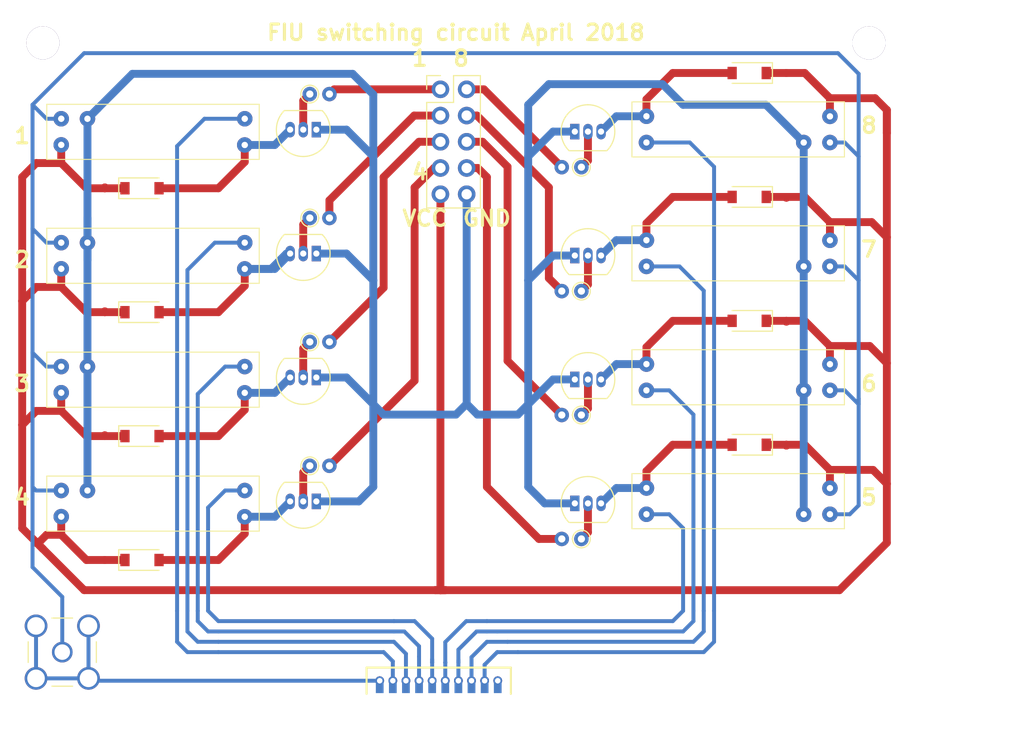
<source format=kicad_pcb>
(kicad_pcb (version 4) (host pcbnew 4.0.7)

  (general
    (links 16)
    (no_connects 8)
    (area 34.490457 51.8726 141.885715 126.8459)
    (thickness 1.6)
    (drawings 32)
    (tracks 426)
    (zones 0)
    (modules 56)
    (nets 2)
  )

  (page A4)
  (layers
    (0 F.Cu power)
    (31 B.Cu signal)
    (36 B.SilkS user)
    (37 F.SilkS user)
    (38 B.Mask user)
    (39 F.Mask user)
    (41 Cmts.User user)
    (44 Edge.Cuts user)
    (45 Margin user)
    (46 B.CrtYd user)
    (47 F.CrtYd user)
  )

  (setup
    (last_trace_width 0.762)
    (user_trace_width 0.381)
    (user_trace_width 0.762)
    (trace_clearance 0.1524)
    (zone_clearance 0.508)
    (zone_45_only no)
    (trace_min 0.1524)
    (segment_width 0.2)
    (edge_width 0.001)
    (via_size 0.4572)
    (via_drill 0.254)
    (via_min_size 0.4572)
    (via_min_drill 0.254)
    (user_via 0.458 0.26)
    (user_via 0.7 0.35)
    (user_via 0.85 0.51)
    (user_via 1 0.6)
    (uvia_size 0.6858)
    (uvia_drill 0.3302)
    (uvias_allowed no)
    (uvia_min_size 0.6858)
    (uvia_min_drill 0.3302)
    (pcb_text_width 0.3)
    (pcb_text_size 1.5 1.5)
    (mod_edge_width 0.15)
    (mod_text_size 1 1)
    (mod_text_width 0.15)
    (pad_size 0.85 0.85)
    (pad_drill 0.51)
    (pad_to_mask_clearance 0.0508)
    (aux_axis_origin 0 0)
    (visible_elements 7FFEFFBF)
    (pcbplotparams
      (layerselection 0x00030_80000001)
      (usegerberextensions false)
      (excludeedgelayer true)
      (linewidth 0.100000)
      (plotframeref false)
      (viasonmask false)
      (mode 1)
      (useauxorigin false)
      (hpglpennumber 1)
      (hpglpenspeed 20)
      (hpglpendiameter 15)
      (hpglpenoverlay 2)
      (psnegative false)
      (psa4output false)
      (plotreference true)
      (plotvalue true)
      (plotinvisibletext false)
      (padsonsilk false)
      (subtractmaskfromsilk false)
      (outputformat 1)
      (mirror false)
      (drillshape 1)
      (scaleselection 1)
      (outputdirectory ""))
  )

  (net 0 "")
  (net 1 GND)

  (net_class Default "This is the default net class."
    (clearance 0.1524)
    (trace_width 0.1524)
    (via_dia 0.4572)
    (via_drill 0.254)
    (uvia_dia 0.6858)
    (uvia_drill 0.3302)
    (add_net GND)
  )

  (module Mounting_Holes:MountingHole_3.2mm_M3 (layer F.Cu) (tedit 5A8DB679) (tstamp 5AC2EF91)
    (at 124 57)
    (descr "Mounting Hole 3.2mm, no annular, M3")
    (tags "mounting hole 3.2mm no annular m3")
    (attr virtual)
    (fp_text reference REF** (at 0 -4.2) (layer F.SilkS) hide
      (effects (font (size 1 1) (thickness 0.15)))
    )
    (fp_text value MountingHole_3.2mm_M3 (at 0 4.2) (layer F.Fab)
      (effects (font (size 1 1) (thickness 0.15)))
    )
    (fp_text user %R (at 0.3 0) (layer F.Fab)
      (effects (font (size 1 1) (thickness 0.15)))
    )
    (fp_circle (center 0 0) (end 3.2 0) (layer Cmts.User) (width 0.15))
    (fp_circle (center 0 0) (end 3.45 0) (layer F.CrtYd) (width 0.05))
    (pad 1 thru_hole circle (at 0 0) (size 3.2 3.2) (drill 3.2) (layers *.Cu *.Mask))
  )

  (module Resistors_THT:R_Axial_DIN0204_L3.6mm_D1.6mm_P1.90mm_Vertical (layer F.Cu) (tedit 5AC2CD10) (tstamp 5AC2E186)
    (at 96.15 105.04 180)
    (descr "Resistor, Axial_DIN0204 series, Axial, Vertical, pin pitch=1.9mm, 0.16666666666666666W = 1/6W, length*diameter=3.6*1.6mm^2, http://cdn-reichelt.de/documents/datenblatt/B400/1_4W%23YAG.pdf")
    (tags "Resistor Axial_DIN0204 series Axial Vertical pin pitch 1.9mm 0.16666666666666666W = 1/6W length 3.6mm diameter 1.6mm")
    (fp_text reference "" (at 0.95 -1.86 180) (layer F.SilkS) hide
      (effects (font (size 1 1) (thickness 0.15)))
    )
    (fp_text value R_Axial_DIN0204_L3.6mm_D1.6mm_P1.90mm_Vertical (at 0.95 1.86 180) (layer F.Fab)
      (effects (font (size 1 1) (thickness 0.15)))
    )
    (fp_circle (center 0 0) (end 0.8 0) (layer F.Fab) (width 0.1))
    (fp_circle (center 0 0) (end 0.86 0) (layer F.SilkS) (width 0.12))
    (fp_line (start 0 0) (end 1.9 0) (layer F.Fab) (width 0.1))
    (fp_line (start 0.86 0) (end 0.9 0) (layer F.SilkS) (width 0.12))
    (fp_line (start -1.15 -1.15) (end -1.15 1.15) (layer F.CrtYd) (width 0.05))
    (fp_line (start -1.15 1.15) (end 2.95 1.15) (layer F.CrtYd) (width 0.05))
    (fp_line (start 2.95 1.15) (end 2.95 -1.15) (layer F.CrtYd) (width 0.05))
    (fp_line (start 2.95 -1.15) (end -1.15 -1.15) (layer F.CrtYd) (width 0.05))
    (pad 1 thru_hole circle (at 0 0 180) (size 1.4 1.4) (drill 0.7) (layers *.Cu *.Mask))
    (pad 2 thru_hole oval (at 1.9 0 180) (size 1.4 1.4) (drill 0.7) (layers *.Cu *.Mask))
    (model ${KISYS3DMOD}/Resistors_THT.3dshapes/R_Axial_DIN0204_L3.6mm_D1.6mm_P1.90mm_Vertical.wrl
      (at (xyz 0 0 0))
      (scale (xyz 0.393701 0.393701 0.393701))
      (rotate (xyz 0 0 0))
    )
  )

  (module TO_SOT_Packages_THT:TO-92_Inline_Narrow_Oval (layer F.Cu) (tedit 5AC2C926) (tstamp 5AC2E175)
    (at 95.515 101.595)
    (descr "TO-92 leads in-line, narrow, oval pads, drill 0.6mm (see NXP sot054_po.pdf)")
    (tags "to-92 sc-43 sc-43a sot54 PA33 transistor")
    (fp_text reference "" (at 1.27 -3.56) (layer F.SilkS) hide
      (effects (font (size 1 1) (thickness 0.15)))
    )
    (fp_text value TO-92_Inline_Narrow_Oval (at 1.27 2.79) (layer F.Fab)
      (effects (font (size 1 1) (thickness 0.15)))
    )
    (fp_text user %R (at 1.27 -3.56) (layer F.Fab)
      (effects (font (size 1 1) (thickness 0.15)))
    )
    (fp_line (start -0.53 1.85) (end 3.07 1.85) (layer F.SilkS) (width 0.12))
    (fp_line (start -0.5 1.75) (end 3 1.75) (layer F.Fab) (width 0.1))
    (fp_line (start -1.46 -2.73) (end 4 -2.73) (layer F.CrtYd) (width 0.05))
    (fp_line (start -1.46 -2.73) (end -1.46 2.01) (layer F.CrtYd) (width 0.05))
    (fp_line (start 4 2.01) (end 4 -2.73) (layer F.CrtYd) (width 0.05))
    (fp_line (start 4 2.01) (end -1.46 2.01) (layer F.CrtYd) (width 0.05))
    (fp_arc (start 1.27 0) (end 1.27 -2.48) (angle 135) (layer F.Fab) (width 0.1))
    (fp_arc (start 1.27 0) (end 1.27 -2.6) (angle -135) (layer F.SilkS) (width 0.12))
    (fp_arc (start 1.27 0) (end 1.27 -2.48) (angle -135) (layer F.Fab) (width 0.1))
    (fp_arc (start 1.27 0) (end 1.27 -2.6) (angle 135) (layer F.SilkS) (width 0.12))
    (pad 2 thru_hole oval (at 1.27 0 180) (size 0.9 1.5) (drill 0.6) (layers *.Cu *.Mask))
    (pad 3 thru_hole oval (at 2.54 0 180) (size 0.9 1.5) (drill 0.6) (layers *.Cu *.Mask))
    (pad 1 thru_hole rect (at 0 0 180) (size 0.9 1.5) (drill 0.6) (layers *.Cu *.Mask))
    (model ${KISYS3DMOD}/TO_SOT_Packages_THT.3dshapes/TO-92_Inline_Narrow_Oval.wrl
      (at (xyz 0.05 0 0))
      (scale (xyz 1 1 1))
      (rotate (xyz 0 0 -90))
    )
  )

  (module help:2200_2301 (layer F.Cu) (tedit 5ABAC9BC) (tstamp 5AC2E169)
    (at 114 101 180)
    (fp_text reference REF** (at 3.07 0.59 180) (layer F.SilkS) hide
      (effects (font (size 1 1) (thickness 0.15)))
    )
    (fp_text value "2200 2301" (at 3.4 -0.46 180) (layer F.Fab)
      (effects (font (size 1 1) (thickness 0.15)))
    )
    (fp_line (start 12.954 -3.048) (end 12.954 2.286) (layer F.SilkS) (width 0.1))
    (fp_line (start 12.954 2.286) (end -7.62 2.286) (layer F.SilkS) (width 0.1))
    (fp_line (start -7.62 2.286) (end -7.62 -3.048) (layer F.SilkS) (width 0.1))
    (fp_line (start -7.62 -3.048) (end 12.954 -3.048) (layer F.SilkS) (width 0.1))
    (pad 8 thru_hole circle (at -6.22 -1.65 180) (size 1.5 1.5) (drill 0.6) (layers *.Cu *.Mask))
    (pad 1 thru_hole circle (at -6.22 0.88 180) (size 1.5 1.5) (drill 0.6) (layers *.Cu *.Mask))
    (pad 5 thru_hole circle (at 11.55 -1.65 180) (size 1.5 1.5) (drill 0.6) (layers *.Cu *.Mask))
    (pad 4 thru_hole circle (at 11.55 0.89 180) (size 1.5 1.5) (drill 0.6) (layers *.Cu *.Mask)
      (net 1 GND))
    (pad 7 thru_hole circle (at -3.68 -1.65 180) (size 1.5 1.5) (drill 0.6) (layers *.Cu *.Mask)
      (net 1 GND))
  )

  (module Diodes_SMD:D_SOD-123 (layer F.Cu) (tedit 5AA96D12) (tstamp 5AC2E151)
    (at 112.4 95.92 180)
    (descr SOD-123)
    (tags SOD-123)
    (attr smd)
    (fp_text reference REF** (at 0 -2 180) (layer F.SilkS) hide
      (effects (font (size 1 1) (thickness 0.15)))
    )
    (fp_text value D_SOD-123 (at 0 2.1 180) (layer F.Fab)
      (effects (font (size 1 1) (thickness 0.15)))
    )
    (fp_text user %R (at 0 -2 180) (layer F.Fab)
      (effects (font (size 1 1) (thickness 0.15)))
    )
    (fp_line (start -2.25 -1) (end -2.25 1) (layer F.SilkS) (width 0.12))
    (fp_line (start 0.25 0) (end 0.75 0) (layer F.Fab) (width 0.1))
    (fp_line (start 0.25 0.4) (end -0.35 0) (layer F.Fab) (width 0.1))
    (fp_line (start 0.25 -0.4) (end 0.25 0.4) (layer F.Fab) (width 0.1))
    (fp_line (start -0.35 0) (end 0.25 -0.4) (layer F.Fab) (width 0.1))
    (fp_line (start -0.35 0) (end -0.35 0.55) (layer F.Fab) (width 0.1))
    (fp_line (start -0.35 0) (end -0.35 -0.55) (layer F.Fab) (width 0.1))
    (fp_line (start -0.75 0) (end -0.35 0) (layer F.Fab) (width 0.1))
    (fp_line (start -1.4 0.9) (end -1.4 -0.9) (layer F.Fab) (width 0.1))
    (fp_line (start 1.4 0.9) (end -1.4 0.9) (layer F.Fab) (width 0.1))
    (fp_line (start 1.4 -0.9) (end 1.4 0.9) (layer F.Fab) (width 0.1))
    (fp_line (start -1.4 -0.9) (end 1.4 -0.9) (layer F.Fab) (width 0.1))
    (fp_line (start -2.35 -1.15) (end 2.35 -1.15) (layer F.CrtYd) (width 0.05))
    (fp_line (start 2.35 -1.15) (end 2.35 1.15) (layer F.CrtYd) (width 0.05))
    (fp_line (start 2.35 1.15) (end -2.35 1.15) (layer F.CrtYd) (width 0.05))
    (fp_line (start -2.35 -1.15) (end -2.35 1.15) (layer F.CrtYd) (width 0.05))
    (fp_line (start -2.25 1) (end 1.65 1) (layer F.SilkS) (width 0.12))
    (fp_line (start -2.25 -1) (end 1.65 -1) (layer F.SilkS) (width 0.12))
    (pad 1 smd rect (at -1.65 0 180) (size 0.9 1.2) (layers F.Cu F.Mask))
    (pad 2 smd rect (at 1.65 0 180) (size 0.9 1.2) (layers F.Cu F.Mask))
    (model ${KISYS3DMOD}/Diodes_SMD.3dshapes/D_SOD-123.wrl
      (at (xyz 0 0 0))
      (scale (xyz 1 1 1))
      (rotate (xyz 0 0 0))
    )
  )

  (module Diodes_SMD:D_SOD-123 (layer F.Cu) (tedit 5AA96D12) (tstamp 5AC2E139)
    (at 112.4 83.92 180)
    (descr SOD-123)
    (tags SOD-123)
    (attr smd)
    (fp_text reference REF** (at 0 -2 180) (layer F.SilkS) hide
      (effects (font (size 1 1) (thickness 0.15)))
    )
    (fp_text value D_SOD-123 (at 0 2.1 180) (layer F.Fab)
      (effects (font (size 1 1) (thickness 0.15)))
    )
    (fp_text user %R (at 0 -2 180) (layer F.Fab)
      (effects (font (size 1 1) (thickness 0.15)))
    )
    (fp_line (start -2.25 -1) (end -2.25 1) (layer F.SilkS) (width 0.12))
    (fp_line (start 0.25 0) (end 0.75 0) (layer F.Fab) (width 0.1))
    (fp_line (start 0.25 0.4) (end -0.35 0) (layer F.Fab) (width 0.1))
    (fp_line (start 0.25 -0.4) (end 0.25 0.4) (layer F.Fab) (width 0.1))
    (fp_line (start -0.35 0) (end 0.25 -0.4) (layer F.Fab) (width 0.1))
    (fp_line (start -0.35 0) (end -0.35 0.55) (layer F.Fab) (width 0.1))
    (fp_line (start -0.35 0) (end -0.35 -0.55) (layer F.Fab) (width 0.1))
    (fp_line (start -0.75 0) (end -0.35 0) (layer F.Fab) (width 0.1))
    (fp_line (start -1.4 0.9) (end -1.4 -0.9) (layer F.Fab) (width 0.1))
    (fp_line (start 1.4 0.9) (end -1.4 0.9) (layer F.Fab) (width 0.1))
    (fp_line (start 1.4 -0.9) (end 1.4 0.9) (layer F.Fab) (width 0.1))
    (fp_line (start -1.4 -0.9) (end 1.4 -0.9) (layer F.Fab) (width 0.1))
    (fp_line (start -2.35 -1.15) (end 2.35 -1.15) (layer F.CrtYd) (width 0.05))
    (fp_line (start 2.35 -1.15) (end 2.35 1.15) (layer F.CrtYd) (width 0.05))
    (fp_line (start 2.35 1.15) (end -2.35 1.15) (layer F.CrtYd) (width 0.05))
    (fp_line (start -2.35 -1.15) (end -2.35 1.15) (layer F.CrtYd) (width 0.05))
    (fp_line (start -2.25 1) (end 1.65 1) (layer F.SilkS) (width 0.12))
    (fp_line (start -2.25 -1) (end 1.65 -1) (layer F.SilkS) (width 0.12))
    (pad 1 smd rect (at -1.65 0 180) (size 0.9 1.2) (layers F.Cu F.Mask))
    (pad 2 smd rect (at 1.65 0 180) (size 0.9 1.2) (layers F.Cu F.Mask))
    (model ${KISYS3DMOD}/Diodes_SMD.3dshapes/D_SOD-123.wrl
      (at (xyz 0 0 0))
      (scale (xyz 1 1 1))
      (rotate (xyz 0 0 0))
    )
  )

  (module help:2200_2301 (layer F.Cu) (tedit 5ABAC9BC) (tstamp 5AC2E12D)
    (at 114 89 180)
    (fp_text reference REF** (at 3.07 0.59 180) (layer F.SilkS) hide
      (effects (font (size 1 1) (thickness 0.15)))
    )
    (fp_text value "2200 2301" (at 3.4 -0.46 180) (layer F.Fab)
      (effects (font (size 1 1) (thickness 0.15)))
    )
    (fp_line (start 12.954 -3.048) (end 12.954 2.286) (layer F.SilkS) (width 0.1))
    (fp_line (start 12.954 2.286) (end -7.62 2.286) (layer F.SilkS) (width 0.1))
    (fp_line (start -7.62 2.286) (end -7.62 -3.048) (layer F.SilkS) (width 0.1))
    (fp_line (start -7.62 -3.048) (end 12.954 -3.048) (layer F.SilkS) (width 0.1))
    (pad 8 thru_hole circle (at -6.22 -1.65 180) (size 1.5 1.5) (drill 0.6) (layers *.Cu *.Mask))
    (pad 1 thru_hole circle (at -6.22 0.88 180) (size 1.5 1.5) (drill 0.6) (layers *.Cu *.Mask))
    (pad 5 thru_hole circle (at 11.55 -1.65 180) (size 1.5 1.5) (drill 0.6) (layers *.Cu *.Mask))
    (pad 4 thru_hole circle (at 11.55 0.89 180) (size 1.5 1.5) (drill 0.6) (layers *.Cu *.Mask)
      (net 1 GND))
    (pad 7 thru_hole circle (at -3.68 -1.65 180) (size 1.5 1.5) (drill 0.6) (layers *.Cu *.Mask)
      (net 1 GND))
  )

  (module TO_SOT_Packages_THT:TO-92_Inline_Narrow_Oval (layer F.Cu) (tedit 5AC2C926) (tstamp 5AC2E11C)
    (at 95.515 89.595)
    (descr "TO-92 leads in-line, narrow, oval pads, drill 0.6mm (see NXP sot054_po.pdf)")
    (tags "to-92 sc-43 sc-43a sot54 PA33 transistor")
    (fp_text reference "" (at 1.27 -3.56) (layer F.SilkS) hide
      (effects (font (size 1 1) (thickness 0.15)))
    )
    (fp_text value TO-92_Inline_Narrow_Oval (at 1.27 2.79) (layer F.Fab)
      (effects (font (size 1 1) (thickness 0.15)))
    )
    (fp_text user %R (at 1.27 -3.56) (layer F.Fab)
      (effects (font (size 1 1) (thickness 0.15)))
    )
    (fp_line (start -0.53 1.85) (end 3.07 1.85) (layer F.SilkS) (width 0.12))
    (fp_line (start -0.5 1.75) (end 3 1.75) (layer F.Fab) (width 0.1))
    (fp_line (start -1.46 -2.73) (end 4 -2.73) (layer F.CrtYd) (width 0.05))
    (fp_line (start -1.46 -2.73) (end -1.46 2.01) (layer F.CrtYd) (width 0.05))
    (fp_line (start 4 2.01) (end 4 -2.73) (layer F.CrtYd) (width 0.05))
    (fp_line (start 4 2.01) (end -1.46 2.01) (layer F.CrtYd) (width 0.05))
    (fp_arc (start 1.27 0) (end 1.27 -2.48) (angle 135) (layer F.Fab) (width 0.1))
    (fp_arc (start 1.27 0) (end 1.27 -2.6) (angle -135) (layer F.SilkS) (width 0.12))
    (fp_arc (start 1.27 0) (end 1.27 -2.48) (angle -135) (layer F.Fab) (width 0.1))
    (fp_arc (start 1.27 0) (end 1.27 -2.6) (angle 135) (layer F.SilkS) (width 0.12))
    (pad 2 thru_hole oval (at 1.27 0 180) (size 0.9 1.5) (drill 0.6) (layers *.Cu *.Mask))
    (pad 3 thru_hole oval (at 2.54 0 180) (size 0.9 1.5) (drill 0.6) (layers *.Cu *.Mask))
    (pad 1 thru_hole rect (at 0 0 180) (size 0.9 1.5) (drill 0.6) (layers *.Cu *.Mask))
    (model ${KISYS3DMOD}/TO_SOT_Packages_THT.3dshapes/TO-92_Inline_Narrow_Oval.wrl
      (at (xyz 0.05 0 0))
      (scale (xyz 1 1 1))
      (rotate (xyz 0 0 -90))
    )
  )

  (module Resistors_THT:R_Axial_DIN0204_L3.6mm_D1.6mm_P1.90mm_Vertical (layer F.Cu) (tedit 5AC2CD10) (tstamp 5AC2E10F)
    (at 96.15 93.04 180)
    (descr "Resistor, Axial_DIN0204 series, Axial, Vertical, pin pitch=1.9mm, 0.16666666666666666W = 1/6W, length*diameter=3.6*1.6mm^2, http://cdn-reichelt.de/documents/datenblatt/B400/1_4W%23YAG.pdf")
    (tags "Resistor Axial_DIN0204 series Axial Vertical pin pitch 1.9mm 0.16666666666666666W = 1/6W length 3.6mm diameter 1.6mm")
    (fp_text reference "" (at 0.95 -1.86 180) (layer F.SilkS) hide
      (effects (font (size 1 1) (thickness 0.15)))
    )
    (fp_text value R_Axial_DIN0204_L3.6mm_D1.6mm_P1.90mm_Vertical (at 0.95 1.86 180) (layer F.Fab)
      (effects (font (size 1 1) (thickness 0.15)))
    )
    (fp_circle (center 0 0) (end 0.8 0) (layer F.Fab) (width 0.1))
    (fp_circle (center 0 0) (end 0.86 0) (layer F.SilkS) (width 0.12))
    (fp_line (start 0 0) (end 1.9 0) (layer F.Fab) (width 0.1))
    (fp_line (start 0.86 0) (end 0.9 0) (layer F.SilkS) (width 0.12))
    (fp_line (start -1.15 -1.15) (end -1.15 1.15) (layer F.CrtYd) (width 0.05))
    (fp_line (start -1.15 1.15) (end 2.95 1.15) (layer F.CrtYd) (width 0.05))
    (fp_line (start 2.95 1.15) (end 2.95 -1.15) (layer F.CrtYd) (width 0.05))
    (fp_line (start 2.95 -1.15) (end -1.15 -1.15) (layer F.CrtYd) (width 0.05))
    (pad 1 thru_hole circle (at 0 0 180) (size 1.4 1.4) (drill 0.7) (layers *.Cu *.Mask))
    (pad 2 thru_hole oval (at 1.9 0 180) (size 1.4 1.4) (drill 0.7) (layers *.Cu *.Mask))
    (model ${KISYS3DMOD}/Resistors_THT.3dshapes/R_Axial_DIN0204_L3.6mm_D1.6mm_P1.90mm_Vertical.wrl
      (at (xyz 0 0 0))
      (scale (xyz 0.393701 0.393701 0.393701))
      (rotate (xyz 0 0 0))
    )
  )

  (module Resistors_THT:R_Axial_DIN0204_L3.6mm_D1.6mm_P1.90mm_Vertical (layer F.Cu) (tedit 5AC2CD10) (tstamp 5AC2E102)
    (at 96.15 69.04 180)
    (descr "Resistor, Axial_DIN0204 series, Axial, Vertical, pin pitch=1.9mm, 0.16666666666666666W = 1/6W, length*diameter=3.6*1.6mm^2, http://cdn-reichelt.de/documents/datenblatt/B400/1_4W%23YAG.pdf")
    (tags "Resistor Axial_DIN0204 series Axial Vertical pin pitch 1.9mm 0.16666666666666666W = 1/6W length 3.6mm diameter 1.6mm")
    (fp_text reference "" (at 0.95 -1.86 180) (layer F.SilkS) hide
      (effects (font (size 1 1) (thickness 0.15)))
    )
    (fp_text value R_Axial_DIN0204_L3.6mm_D1.6mm_P1.90mm_Vertical (at 0.95 1.86 180) (layer F.Fab)
      (effects (font (size 1 1) (thickness 0.15)))
    )
    (fp_circle (center 0 0) (end 0.8 0) (layer F.Fab) (width 0.1))
    (fp_circle (center 0 0) (end 0.86 0) (layer F.SilkS) (width 0.12))
    (fp_line (start 0 0) (end 1.9 0) (layer F.Fab) (width 0.1))
    (fp_line (start 0.86 0) (end 0.9 0) (layer F.SilkS) (width 0.12))
    (fp_line (start -1.15 -1.15) (end -1.15 1.15) (layer F.CrtYd) (width 0.05))
    (fp_line (start -1.15 1.15) (end 2.95 1.15) (layer F.CrtYd) (width 0.05))
    (fp_line (start 2.95 1.15) (end 2.95 -1.15) (layer F.CrtYd) (width 0.05))
    (fp_line (start 2.95 -1.15) (end -1.15 -1.15) (layer F.CrtYd) (width 0.05))
    (pad 1 thru_hole circle (at 0 0 180) (size 1.4 1.4) (drill 0.7) (layers *.Cu *.Mask))
    (pad 2 thru_hole oval (at 1.9 0 180) (size 1.4 1.4) (drill 0.7) (layers *.Cu *.Mask))
    (model ${KISYS3DMOD}/Resistors_THT.3dshapes/R_Axial_DIN0204_L3.6mm_D1.6mm_P1.90mm_Vertical.wrl
      (at (xyz 0 0 0))
      (scale (xyz 0.393701 0.393701 0.393701))
      (rotate (xyz 0 0 0))
    )
  )

  (module TO_SOT_Packages_THT:TO-92_Inline_Narrow_Oval (layer F.Cu) (tedit 5AC2C926) (tstamp 5AC2E0F1)
    (at 95.515 65.595)
    (descr "TO-92 leads in-line, narrow, oval pads, drill 0.6mm (see NXP sot054_po.pdf)")
    (tags "to-92 sc-43 sc-43a sot54 PA33 transistor")
    (fp_text reference "" (at 1.27 -3.56) (layer F.SilkS) hide
      (effects (font (size 1 1) (thickness 0.15)))
    )
    (fp_text value TO-92_Inline_Narrow_Oval (at 1.27 2.79) (layer F.Fab)
      (effects (font (size 1 1) (thickness 0.15)))
    )
    (fp_text user %R (at 1.27 -3.56) (layer F.Fab)
      (effects (font (size 1 1) (thickness 0.15)))
    )
    (fp_line (start -0.53 1.85) (end 3.07 1.85) (layer F.SilkS) (width 0.12))
    (fp_line (start -0.5 1.75) (end 3 1.75) (layer F.Fab) (width 0.1))
    (fp_line (start -1.46 -2.73) (end 4 -2.73) (layer F.CrtYd) (width 0.05))
    (fp_line (start -1.46 -2.73) (end -1.46 2.01) (layer F.CrtYd) (width 0.05))
    (fp_line (start 4 2.01) (end 4 -2.73) (layer F.CrtYd) (width 0.05))
    (fp_line (start 4 2.01) (end -1.46 2.01) (layer F.CrtYd) (width 0.05))
    (fp_arc (start 1.27 0) (end 1.27 -2.48) (angle 135) (layer F.Fab) (width 0.1))
    (fp_arc (start 1.27 0) (end 1.27 -2.6) (angle -135) (layer F.SilkS) (width 0.12))
    (fp_arc (start 1.27 0) (end 1.27 -2.48) (angle -135) (layer F.Fab) (width 0.1))
    (fp_arc (start 1.27 0) (end 1.27 -2.6) (angle 135) (layer F.SilkS) (width 0.12))
    (pad 2 thru_hole oval (at 1.27 0 180) (size 0.9 1.5) (drill 0.6) (layers *.Cu *.Mask))
    (pad 3 thru_hole oval (at 2.54 0 180) (size 0.9 1.5) (drill 0.6) (layers *.Cu *.Mask))
    (pad 1 thru_hole rect (at 0 0 180) (size 0.9 1.5) (drill 0.6) (layers *.Cu *.Mask))
    (model ${KISYS3DMOD}/TO_SOT_Packages_THT.3dshapes/TO-92_Inline_Narrow_Oval.wrl
      (at (xyz 0.05 0 0))
      (scale (xyz 1 1 1))
      (rotate (xyz 0 0 -90))
    )
  )

  (module help:2200_2301 (layer F.Cu) (tedit 5ABAC9BC) (tstamp 5AC2E0E5)
    (at 114 65 180)
    (fp_text reference REF** (at 3.07 0.59 180) (layer F.SilkS) hide
      (effects (font (size 1 1) (thickness 0.15)))
    )
    (fp_text value "2200 2301" (at 3.4 -0.46 180) (layer F.Fab)
      (effects (font (size 1 1) (thickness 0.15)))
    )
    (fp_line (start 12.954 -3.048) (end 12.954 2.286) (layer F.SilkS) (width 0.1))
    (fp_line (start 12.954 2.286) (end -7.62 2.286) (layer F.SilkS) (width 0.1))
    (fp_line (start -7.62 2.286) (end -7.62 -3.048) (layer F.SilkS) (width 0.1))
    (fp_line (start -7.62 -3.048) (end 12.954 -3.048) (layer F.SilkS) (width 0.1))
    (pad 8 thru_hole circle (at -6.22 -1.65 180) (size 1.5 1.5) (drill 0.6) (layers *.Cu *.Mask))
    (pad 1 thru_hole circle (at -6.22 0.88 180) (size 1.5 1.5) (drill 0.6) (layers *.Cu *.Mask))
    (pad 5 thru_hole circle (at 11.55 -1.65 180) (size 1.5 1.5) (drill 0.6) (layers *.Cu *.Mask))
    (pad 4 thru_hole circle (at 11.55 0.89 180) (size 1.5 1.5) (drill 0.6) (layers *.Cu *.Mask)
      (net 1 GND))
    (pad 7 thru_hole circle (at -3.68 -1.65 180) (size 1.5 1.5) (drill 0.6) (layers *.Cu *.Mask)
      (net 1 GND))
  )

  (module Diodes_SMD:D_SOD-123 (layer F.Cu) (tedit 5AA96D12) (tstamp 5AC2E0CD)
    (at 112.4 59.92 180)
    (descr SOD-123)
    (tags SOD-123)
    (attr smd)
    (fp_text reference REF** (at 0 -2 180) (layer F.SilkS) hide
      (effects (font (size 1 1) (thickness 0.15)))
    )
    (fp_text value D_SOD-123 (at 0 2.1 180) (layer F.Fab)
      (effects (font (size 1 1) (thickness 0.15)))
    )
    (fp_text user %R (at 0 -2 180) (layer F.Fab)
      (effects (font (size 1 1) (thickness 0.15)))
    )
    (fp_line (start -2.25 -1) (end -2.25 1) (layer F.SilkS) (width 0.12))
    (fp_line (start 0.25 0) (end 0.75 0) (layer F.Fab) (width 0.1))
    (fp_line (start 0.25 0.4) (end -0.35 0) (layer F.Fab) (width 0.1))
    (fp_line (start 0.25 -0.4) (end 0.25 0.4) (layer F.Fab) (width 0.1))
    (fp_line (start -0.35 0) (end 0.25 -0.4) (layer F.Fab) (width 0.1))
    (fp_line (start -0.35 0) (end -0.35 0.55) (layer F.Fab) (width 0.1))
    (fp_line (start -0.35 0) (end -0.35 -0.55) (layer F.Fab) (width 0.1))
    (fp_line (start -0.75 0) (end -0.35 0) (layer F.Fab) (width 0.1))
    (fp_line (start -1.4 0.9) (end -1.4 -0.9) (layer F.Fab) (width 0.1))
    (fp_line (start 1.4 0.9) (end -1.4 0.9) (layer F.Fab) (width 0.1))
    (fp_line (start 1.4 -0.9) (end 1.4 0.9) (layer F.Fab) (width 0.1))
    (fp_line (start -1.4 -0.9) (end 1.4 -0.9) (layer F.Fab) (width 0.1))
    (fp_line (start -2.35 -1.15) (end 2.35 -1.15) (layer F.CrtYd) (width 0.05))
    (fp_line (start 2.35 -1.15) (end 2.35 1.15) (layer F.CrtYd) (width 0.05))
    (fp_line (start 2.35 1.15) (end -2.35 1.15) (layer F.CrtYd) (width 0.05))
    (fp_line (start -2.35 -1.15) (end -2.35 1.15) (layer F.CrtYd) (width 0.05))
    (fp_line (start -2.25 1) (end 1.65 1) (layer F.SilkS) (width 0.12))
    (fp_line (start -2.25 -1) (end 1.65 -1) (layer F.SilkS) (width 0.12))
    (pad 1 smd rect (at -1.65 0 180) (size 0.9 1.2) (layers F.Cu F.Mask))
    (pad 2 smd rect (at 1.65 0 180) (size 0.9 1.2) (layers F.Cu F.Mask))
    (model ${KISYS3DMOD}/Diodes_SMD.3dshapes/D_SOD-123.wrl
      (at (xyz 0 0 0))
      (scale (xyz 1 1 1))
      (rotate (xyz 0 0 0))
    )
  )

  (module Diodes_SMD:D_SOD-123 (layer F.Cu) (tedit 5AA96D12) (tstamp 5AC2E0B5)
    (at 112.4 71.92 180)
    (descr SOD-123)
    (tags SOD-123)
    (attr smd)
    (fp_text reference REF** (at 0 -2 180) (layer F.SilkS) hide
      (effects (font (size 1 1) (thickness 0.15)))
    )
    (fp_text value D_SOD-123 (at 0 2.1 180) (layer F.Fab)
      (effects (font (size 1 1) (thickness 0.15)))
    )
    (fp_text user %R (at 0 -2 180) (layer F.Fab)
      (effects (font (size 1 1) (thickness 0.15)))
    )
    (fp_line (start -2.25 -1) (end -2.25 1) (layer F.SilkS) (width 0.12))
    (fp_line (start 0.25 0) (end 0.75 0) (layer F.Fab) (width 0.1))
    (fp_line (start 0.25 0.4) (end -0.35 0) (layer F.Fab) (width 0.1))
    (fp_line (start 0.25 -0.4) (end 0.25 0.4) (layer F.Fab) (width 0.1))
    (fp_line (start -0.35 0) (end 0.25 -0.4) (layer F.Fab) (width 0.1))
    (fp_line (start -0.35 0) (end -0.35 0.55) (layer F.Fab) (width 0.1))
    (fp_line (start -0.35 0) (end -0.35 -0.55) (layer F.Fab) (width 0.1))
    (fp_line (start -0.75 0) (end -0.35 0) (layer F.Fab) (width 0.1))
    (fp_line (start -1.4 0.9) (end -1.4 -0.9) (layer F.Fab) (width 0.1))
    (fp_line (start 1.4 0.9) (end -1.4 0.9) (layer F.Fab) (width 0.1))
    (fp_line (start 1.4 -0.9) (end 1.4 0.9) (layer F.Fab) (width 0.1))
    (fp_line (start -1.4 -0.9) (end 1.4 -0.9) (layer F.Fab) (width 0.1))
    (fp_line (start -2.35 -1.15) (end 2.35 -1.15) (layer F.CrtYd) (width 0.05))
    (fp_line (start 2.35 -1.15) (end 2.35 1.15) (layer F.CrtYd) (width 0.05))
    (fp_line (start 2.35 1.15) (end -2.35 1.15) (layer F.CrtYd) (width 0.05))
    (fp_line (start -2.35 -1.15) (end -2.35 1.15) (layer F.CrtYd) (width 0.05))
    (fp_line (start -2.25 1) (end 1.65 1) (layer F.SilkS) (width 0.12))
    (fp_line (start -2.25 -1) (end 1.65 -1) (layer F.SilkS) (width 0.12))
    (pad 1 smd rect (at -1.65 0 180) (size 0.9 1.2) (layers F.Cu F.Mask))
    (pad 2 smd rect (at 1.65 0 180) (size 0.9 1.2) (layers F.Cu F.Mask))
    (model ${KISYS3DMOD}/Diodes_SMD.3dshapes/D_SOD-123.wrl
      (at (xyz 0 0 0))
      (scale (xyz 1 1 1))
      (rotate (xyz 0 0 0))
    )
  )

  (module help:2200_2301 (layer F.Cu) (tedit 5ABAC9BC) (tstamp 5AC2E0A9)
    (at 114 77 180)
    (fp_text reference REF** (at 3.07 0.59 180) (layer F.SilkS) hide
      (effects (font (size 1 1) (thickness 0.15)))
    )
    (fp_text value "2200 2301" (at 3.4 -0.46 180) (layer F.Fab)
      (effects (font (size 1 1) (thickness 0.15)))
    )
    (fp_line (start 12.954 -3.048) (end 12.954 2.286) (layer F.SilkS) (width 0.1))
    (fp_line (start 12.954 2.286) (end -7.62 2.286) (layer F.SilkS) (width 0.1))
    (fp_line (start -7.62 2.286) (end -7.62 -3.048) (layer F.SilkS) (width 0.1))
    (fp_line (start -7.62 -3.048) (end 12.954 -3.048) (layer F.SilkS) (width 0.1))
    (pad 8 thru_hole circle (at -6.22 -1.65 180) (size 1.5 1.5) (drill 0.6) (layers *.Cu *.Mask))
    (pad 1 thru_hole circle (at -6.22 0.88 180) (size 1.5 1.5) (drill 0.6) (layers *.Cu *.Mask))
    (pad 5 thru_hole circle (at 11.55 -1.65 180) (size 1.5 1.5) (drill 0.6) (layers *.Cu *.Mask))
    (pad 4 thru_hole circle (at 11.55 0.89 180) (size 1.5 1.5) (drill 0.6) (layers *.Cu *.Mask)
      (net 1 GND))
    (pad 7 thru_hole circle (at -3.68 -1.65 180) (size 1.5 1.5) (drill 0.6) (layers *.Cu *.Mask)
      (net 1 GND))
  )

  (module TO_SOT_Packages_THT:TO-92_Inline_Narrow_Oval (layer F.Cu) (tedit 5AC2C926) (tstamp 5AC2E098)
    (at 95.515 77.595)
    (descr "TO-92 leads in-line, narrow, oval pads, drill 0.6mm (see NXP sot054_po.pdf)")
    (tags "to-92 sc-43 sc-43a sot54 PA33 transistor")
    (fp_text reference "" (at 1.27 -3.56) (layer F.SilkS) hide
      (effects (font (size 1 1) (thickness 0.15)))
    )
    (fp_text value TO-92_Inline_Narrow_Oval (at 1.27 2.79) (layer F.Fab)
      (effects (font (size 1 1) (thickness 0.15)))
    )
    (fp_text user %R (at 1.27 -3.56) (layer F.Fab)
      (effects (font (size 1 1) (thickness 0.15)))
    )
    (fp_line (start -0.53 1.85) (end 3.07 1.85) (layer F.SilkS) (width 0.12))
    (fp_line (start -0.5 1.75) (end 3 1.75) (layer F.Fab) (width 0.1))
    (fp_line (start -1.46 -2.73) (end 4 -2.73) (layer F.CrtYd) (width 0.05))
    (fp_line (start -1.46 -2.73) (end -1.46 2.01) (layer F.CrtYd) (width 0.05))
    (fp_line (start 4 2.01) (end 4 -2.73) (layer F.CrtYd) (width 0.05))
    (fp_line (start 4 2.01) (end -1.46 2.01) (layer F.CrtYd) (width 0.05))
    (fp_arc (start 1.27 0) (end 1.27 -2.48) (angle 135) (layer F.Fab) (width 0.1))
    (fp_arc (start 1.27 0) (end 1.27 -2.6) (angle -135) (layer F.SilkS) (width 0.12))
    (fp_arc (start 1.27 0) (end 1.27 -2.48) (angle -135) (layer F.Fab) (width 0.1))
    (fp_arc (start 1.27 0) (end 1.27 -2.6) (angle 135) (layer F.SilkS) (width 0.12))
    (pad 2 thru_hole oval (at 1.27 0 180) (size 0.9 1.5) (drill 0.6) (layers *.Cu *.Mask))
    (pad 3 thru_hole oval (at 2.54 0 180) (size 0.9 1.5) (drill 0.6) (layers *.Cu *.Mask))
    (pad 1 thru_hole rect (at 0 0 180) (size 0.9 1.5) (drill 0.6) (layers *.Cu *.Mask))
    (model ${KISYS3DMOD}/TO_SOT_Packages_THT.3dshapes/TO-92_Inline_Narrow_Oval.wrl
      (at (xyz 0.05 0 0))
      (scale (xyz 1 1 1))
      (rotate (xyz 0 0 -90))
    )
  )

  (module Resistors_THT:R_Axial_DIN0204_L3.6mm_D1.6mm_P1.90mm_Vertical (layer F.Cu) (tedit 5AC2CD10) (tstamp 5AC2E08B)
    (at 96.15 81.04 180)
    (descr "Resistor, Axial_DIN0204 series, Axial, Vertical, pin pitch=1.9mm, 0.16666666666666666W = 1/6W, length*diameter=3.6*1.6mm^2, http://cdn-reichelt.de/documents/datenblatt/B400/1_4W%23YAG.pdf")
    (tags "Resistor Axial_DIN0204 series Axial Vertical pin pitch 1.9mm 0.16666666666666666W = 1/6W length 3.6mm diameter 1.6mm")
    (fp_text reference "" (at 0.95 -1.86 180) (layer F.SilkS) hide
      (effects (font (size 1 1) (thickness 0.15)))
    )
    (fp_text value R_Axial_DIN0204_L3.6mm_D1.6mm_P1.90mm_Vertical (at 0.95 1.86 180) (layer F.Fab)
      (effects (font (size 1 1) (thickness 0.15)))
    )
    (fp_circle (center 0 0) (end 0.8 0) (layer F.Fab) (width 0.1))
    (fp_circle (center 0 0) (end 0.86 0) (layer F.SilkS) (width 0.12))
    (fp_line (start 0 0) (end 1.9 0) (layer F.Fab) (width 0.1))
    (fp_line (start 0.86 0) (end 0.9 0) (layer F.SilkS) (width 0.12))
    (fp_line (start -1.15 -1.15) (end -1.15 1.15) (layer F.CrtYd) (width 0.05))
    (fp_line (start -1.15 1.15) (end 2.95 1.15) (layer F.CrtYd) (width 0.05))
    (fp_line (start 2.95 1.15) (end 2.95 -1.15) (layer F.CrtYd) (width 0.05))
    (fp_line (start 2.95 -1.15) (end -1.15 -1.15) (layer F.CrtYd) (width 0.05))
    (pad 1 thru_hole circle (at 0 0 180) (size 1.4 1.4) (drill 0.7) (layers *.Cu *.Mask))
    (pad 2 thru_hole oval (at 1.9 0 180) (size 1.4 1.4) (drill 0.7) (layers *.Cu *.Mask))
    (model ${KISYS3DMOD}/Resistors_THT.3dshapes/R_Axial_DIN0204_L3.6mm_D1.6mm_P1.90mm_Vertical.wrl
      (at (xyz 0 0 0))
      (scale (xyz 0.393701 0.393701 0.393701))
      (rotate (xyz 0 0 0))
    )
  )

  (module Resistors_THT:R_Axial_DIN0204_L3.6mm_D1.6mm_P1.90mm_Vertical (layer F.Cu) (tedit 5AC2CD10) (tstamp 5AC2D925)
    (at 69.85 85.96)
    (descr "Resistor, Axial_DIN0204 series, Axial, Vertical, pin pitch=1.9mm, 0.16666666666666666W = 1/6W, length*diameter=3.6*1.6mm^2, http://cdn-reichelt.de/documents/datenblatt/B400/1_4W%23YAG.pdf")
    (tags "Resistor Axial_DIN0204 series Axial Vertical pin pitch 1.9mm 0.16666666666666666W = 1/6W length 3.6mm diameter 1.6mm")
    (fp_text reference "" (at 0.95 -1.86) (layer F.SilkS) hide
      (effects (font (size 1 1) (thickness 0.15)))
    )
    (fp_text value R_Axial_DIN0204_L3.6mm_D1.6mm_P1.90mm_Vertical (at 0.95 1.86) (layer F.Fab)
      (effects (font (size 1 1) (thickness 0.15)))
    )
    (fp_circle (center 0 0) (end 0.8 0) (layer F.Fab) (width 0.1))
    (fp_circle (center 0 0) (end 0.86 0) (layer F.SilkS) (width 0.12))
    (fp_line (start 0 0) (end 1.9 0) (layer F.Fab) (width 0.1))
    (fp_line (start 0.86 0) (end 0.9 0) (layer F.SilkS) (width 0.12))
    (fp_line (start -1.15 -1.15) (end -1.15 1.15) (layer F.CrtYd) (width 0.05))
    (fp_line (start -1.15 1.15) (end 2.95 1.15) (layer F.CrtYd) (width 0.05))
    (fp_line (start 2.95 1.15) (end 2.95 -1.15) (layer F.CrtYd) (width 0.05))
    (fp_line (start 2.95 -1.15) (end -1.15 -1.15) (layer F.CrtYd) (width 0.05))
    (pad 1 thru_hole circle (at 0 0) (size 1.4 1.4) (drill 0.7) (layers *.Cu *.Mask))
    (pad 2 thru_hole oval (at 1.9 0) (size 1.4 1.4) (drill 0.7) (layers *.Cu *.Mask))
    (model ${KISYS3DMOD}/Resistors_THT.3dshapes/R_Axial_DIN0204_L3.6mm_D1.6mm_P1.90mm_Vertical.wrl
      (at (xyz 0 0 0))
      (scale (xyz 0.393701 0.393701 0.393701))
      (rotate (xyz 0 0 0))
    )
  )

  (module TO_SOT_Packages_THT:TO-92_Inline_Narrow_Oval (layer F.Cu) (tedit 5AC2C926) (tstamp 5AC2D914)
    (at 70.485 89.405 180)
    (descr "TO-92 leads in-line, narrow, oval pads, drill 0.6mm (see NXP sot054_po.pdf)")
    (tags "to-92 sc-43 sc-43a sot54 PA33 transistor")
    (fp_text reference "" (at 1.27 -3.56 180) (layer F.SilkS) hide
      (effects (font (size 1 1) (thickness 0.15)))
    )
    (fp_text value TO-92_Inline_Narrow_Oval (at 1.27 2.79 180) (layer F.Fab)
      (effects (font (size 1 1) (thickness 0.15)))
    )
    (fp_text user %R (at 1.27 -3.56 180) (layer F.Fab)
      (effects (font (size 1 1) (thickness 0.15)))
    )
    (fp_line (start -0.53 1.85) (end 3.07 1.85) (layer F.SilkS) (width 0.12))
    (fp_line (start -0.5 1.75) (end 3 1.75) (layer F.Fab) (width 0.1))
    (fp_line (start -1.46 -2.73) (end 4 -2.73) (layer F.CrtYd) (width 0.05))
    (fp_line (start -1.46 -2.73) (end -1.46 2.01) (layer F.CrtYd) (width 0.05))
    (fp_line (start 4 2.01) (end 4 -2.73) (layer F.CrtYd) (width 0.05))
    (fp_line (start 4 2.01) (end -1.46 2.01) (layer F.CrtYd) (width 0.05))
    (fp_arc (start 1.27 0) (end 1.27 -2.48) (angle 135) (layer F.Fab) (width 0.1))
    (fp_arc (start 1.27 0) (end 1.27 -2.6) (angle -135) (layer F.SilkS) (width 0.12))
    (fp_arc (start 1.27 0) (end 1.27 -2.48) (angle -135) (layer F.Fab) (width 0.1))
    (fp_arc (start 1.27 0) (end 1.27 -2.6) (angle 135) (layer F.SilkS) (width 0.12))
    (pad 2 thru_hole oval (at 1.27 0) (size 0.9 1.5) (drill 0.6) (layers *.Cu *.Mask))
    (pad 3 thru_hole oval (at 2.54 0) (size 0.9 1.5) (drill 0.6) (layers *.Cu *.Mask))
    (pad 1 thru_hole rect (at 0 0) (size 0.9 1.5) (drill 0.6) (layers *.Cu *.Mask))
    (model ${KISYS3DMOD}/TO_SOT_Packages_THT.3dshapes/TO-92_Inline_Narrow_Oval.wrl
      (at (xyz 0.05 0 0))
      (scale (xyz 1 1 1))
      (rotate (xyz 0 0 -90))
    )
  )

  (module help:2200_2301 (layer F.Cu) (tedit 5ABAC9BC) (tstamp 5AC2D908)
    (at 52 90)
    (fp_text reference REF** (at 3.07 0.59) (layer F.SilkS) hide
      (effects (font (size 1 1) (thickness 0.15)))
    )
    (fp_text value "2200 2301" (at 3.4 -0.46) (layer F.Fab)
      (effects (font (size 1 1) (thickness 0.15)))
    )
    (fp_line (start 12.954 -3.048) (end 12.954 2.286) (layer F.SilkS) (width 0.1))
    (fp_line (start 12.954 2.286) (end -7.62 2.286) (layer F.SilkS) (width 0.1))
    (fp_line (start -7.62 2.286) (end -7.62 -3.048) (layer F.SilkS) (width 0.1))
    (fp_line (start -7.62 -3.048) (end 12.954 -3.048) (layer F.SilkS) (width 0.1))
    (pad 8 thru_hole circle (at -6.22 -1.65) (size 1.5 1.5) (drill 0.6) (layers *.Cu *.Mask))
    (pad 1 thru_hole circle (at -6.22 0.88) (size 1.5 1.5) (drill 0.6) (layers *.Cu *.Mask))
    (pad 5 thru_hole circle (at 11.55 -1.65) (size 1.5 1.5) (drill 0.6) (layers *.Cu *.Mask))
    (pad 4 thru_hole circle (at 11.55 0.89) (size 1.5 1.5) (drill 0.6) (layers *.Cu *.Mask)
      (net 1 GND))
    (pad 7 thru_hole circle (at -3.68 -1.65) (size 1.5 1.5) (drill 0.6) (layers *.Cu *.Mask)
      (net 1 GND))
  )

  (module Diodes_SMD:D_SOD-123 (layer F.Cu) (tedit 5AA96D12) (tstamp 5AC2D8F0)
    (at 53.6 95.08)
    (descr SOD-123)
    (tags SOD-123)
    (attr smd)
    (fp_text reference REF** (at 0 -2) (layer F.SilkS) hide
      (effects (font (size 1 1) (thickness 0.15)))
    )
    (fp_text value D_SOD-123 (at 0 2.1) (layer F.Fab)
      (effects (font (size 1 1) (thickness 0.15)))
    )
    (fp_text user %R (at 0 -2) (layer F.Fab)
      (effects (font (size 1 1) (thickness 0.15)))
    )
    (fp_line (start -2.25 -1) (end -2.25 1) (layer F.SilkS) (width 0.12))
    (fp_line (start 0.25 0) (end 0.75 0) (layer F.Fab) (width 0.1))
    (fp_line (start 0.25 0.4) (end -0.35 0) (layer F.Fab) (width 0.1))
    (fp_line (start 0.25 -0.4) (end 0.25 0.4) (layer F.Fab) (width 0.1))
    (fp_line (start -0.35 0) (end 0.25 -0.4) (layer F.Fab) (width 0.1))
    (fp_line (start -0.35 0) (end -0.35 0.55) (layer F.Fab) (width 0.1))
    (fp_line (start -0.35 0) (end -0.35 -0.55) (layer F.Fab) (width 0.1))
    (fp_line (start -0.75 0) (end -0.35 0) (layer F.Fab) (width 0.1))
    (fp_line (start -1.4 0.9) (end -1.4 -0.9) (layer F.Fab) (width 0.1))
    (fp_line (start 1.4 0.9) (end -1.4 0.9) (layer F.Fab) (width 0.1))
    (fp_line (start 1.4 -0.9) (end 1.4 0.9) (layer F.Fab) (width 0.1))
    (fp_line (start -1.4 -0.9) (end 1.4 -0.9) (layer F.Fab) (width 0.1))
    (fp_line (start -2.35 -1.15) (end 2.35 -1.15) (layer F.CrtYd) (width 0.05))
    (fp_line (start 2.35 -1.15) (end 2.35 1.15) (layer F.CrtYd) (width 0.05))
    (fp_line (start 2.35 1.15) (end -2.35 1.15) (layer F.CrtYd) (width 0.05))
    (fp_line (start -2.35 -1.15) (end -2.35 1.15) (layer F.CrtYd) (width 0.05))
    (fp_line (start -2.25 1) (end 1.65 1) (layer F.SilkS) (width 0.12))
    (fp_line (start -2.25 -1) (end 1.65 -1) (layer F.SilkS) (width 0.12))
    (pad 1 smd rect (at -1.65 0) (size 0.9 1.2) (layers F.Cu F.Mask))
    (pad 2 smd rect (at 1.65 0) (size 0.9 1.2) (layers F.Cu F.Mask))
    (model ${KISYS3DMOD}/Diodes_SMD.3dshapes/D_SOD-123.wrl
      (at (xyz 0 0 0))
      (scale (xyz 1 1 1))
      (rotate (xyz 0 0 0))
    )
  )

  (module Diodes_SMD:D_SOD-123 (layer F.Cu) (tedit 5AA96D12) (tstamp 5AC2D8D8)
    (at 53.6 107.08)
    (descr SOD-123)
    (tags SOD-123)
    (attr smd)
    (fp_text reference REF** (at 0 -2) (layer F.SilkS) hide
      (effects (font (size 1 1) (thickness 0.15)))
    )
    (fp_text value D_SOD-123 (at 0 2.1) (layer F.Fab)
      (effects (font (size 1 1) (thickness 0.15)))
    )
    (fp_text user %R (at 0 -2) (layer F.Fab)
      (effects (font (size 1 1) (thickness 0.15)))
    )
    (fp_line (start -2.25 -1) (end -2.25 1) (layer F.SilkS) (width 0.12))
    (fp_line (start 0.25 0) (end 0.75 0) (layer F.Fab) (width 0.1))
    (fp_line (start 0.25 0.4) (end -0.35 0) (layer F.Fab) (width 0.1))
    (fp_line (start 0.25 -0.4) (end 0.25 0.4) (layer F.Fab) (width 0.1))
    (fp_line (start -0.35 0) (end 0.25 -0.4) (layer F.Fab) (width 0.1))
    (fp_line (start -0.35 0) (end -0.35 0.55) (layer F.Fab) (width 0.1))
    (fp_line (start -0.35 0) (end -0.35 -0.55) (layer F.Fab) (width 0.1))
    (fp_line (start -0.75 0) (end -0.35 0) (layer F.Fab) (width 0.1))
    (fp_line (start -1.4 0.9) (end -1.4 -0.9) (layer F.Fab) (width 0.1))
    (fp_line (start 1.4 0.9) (end -1.4 0.9) (layer F.Fab) (width 0.1))
    (fp_line (start 1.4 -0.9) (end 1.4 0.9) (layer F.Fab) (width 0.1))
    (fp_line (start -1.4 -0.9) (end 1.4 -0.9) (layer F.Fab) (width 0.1))
    (fp_line (start -2.35 -1.15) (end 2.35 -1.15) (layer F.CrtYd) (width 0.05))
    (fp_line (start 2.35 -1.15) (end 2.35 1.15) (layer F.CrtYd) (width 0.05))
    (fp_line (start 2.35 1.15) (end -2.35 1.15) (layer F.CrtYd) (width 0.05))
    (fp_line (start -2.35 -1.15) (end -2.35 1.15) (layer F.CrtYd) (width 0.05))
    (fp_line (start -2.25 1) (end 1.65 1) (layer F.SilkS) (width 0.12))
    (fp_line (start -2.25 -1) (end 1.65 -1) (layer F.SilkS) (width 0.12))
    (pad 1 smd rect (at -1.65 0) (size 0.9 1.2) (layers F.Cu F.Mask))
    (pad 2 smd rect (at 1.65 0) (size 0.9 1.2) (layers F.Cu F.Mask))
    (model ${KISYS3DMOD}/Diodes_SMD.3dshapes/D_SOD-123.wrl
      (at (xyz 0 0 0))
      (scale (xyz 1 1 1))
      (rotate (xyz 0 0 0))
    )
  )

  (module help:2200_2301 (layer F.Cu) (tedit 5ABAC9BC) (tstamp 5AC2D8CC)
    (at 52 102)
    (fp_text reference REF** (at 3.07 0.59) (layer F.SilkS) hide
      (effects (font (size 1 1) (thickness 0.15)))
    )
    (fp_text value "2200 2301" (at 3.4 -0.46) (layer F.Fab)
      (effects (font (size 1 1) (thickness 0.15)))
    )
    (fp_line (start 12.954 -3.048) (end 12.954 2.286) (layer F.SilkS) (width 0.1))
    (fp_line (start 12.954 2.286) (end -7.62 2.286) (layer F.SilkS) (width 0.1))
    (fp_line (start -7.62 2.286) (end -7.62 -3.048) (layer F.SilkS) (width 0.1))
    (fp_line (start -7.62 -3.048) (end 12.954 -3.048) (layer F.SilkS) (width 0.1))
    (pad 8 thru_hole circle (at -6.22 -1.65) (size 1.5 1.5) (drill 0.6) (layers *.Cu *.Mask))
    (pad 1 thru_hole circle (at -6.22 0.88) (size 1.5 1.5) (drill 0.6) (layers *.Cu *.Mask))
    (pad 5 thru_hole circle (at 11.55 -1.65) (size 1.5 1.5) (drill 0.6) (layers *.Cu *.Mask))
    (pad 4 thru_hole circle (at 11.55 0.89) (size 1.5 1.5) (drill 0.6) (layers *.Cu *.Mask)
      (net 1 GND))
    (pad 7 thru_hole circle (at -3.68 -1.65) (size 1.5 1.5) (drill 0.6) (layers *.Cu *.Mask)
      (net 1 GND))
  )

  (module TO_SOT_Packages_THT:TO-92_Inline_Narrow_Oval (layer F.Cu) (tedit 5AC2C926) (tstamp 5AC2D8BB)
    (at 70.485 101.405 180)
    (descr "TO-92 leads in-line, narrow, oval pads, drill 0.6mm (see NXP sot054_po.pdf)")
    (tags "to-92 sc-43 sc-43a sot54 PA33 transistor")
    (fp_text reference "" (at 1.27 -3.56 180) (layer F.SilkS) hide
      (effects (font (size 1 1) (thickness 0.15)))
    )
    (fp_text value TO-92_Inline_Narrow_Oval (at 1.27 2.79 180) (layer F.Fab)
      (effects (font (size 1 1) (thickness 0.15)))
    )
    (fp_text user %R (at 1.27 -3.56 180) (layer F.Fab)
      (effects (font (size 1 1) (thickness 0.15)))
    )
    (fp_line (start -0.53 1.85) (end 3.07 1.85) (layer F.SilkS) (width 0.12))
    (fp_line (start -0.5 1.75) (end 3 1.75) (layer F.Fab) (width 0.1))
    (fp_line (start -1.46 -2.73) (end 4 -2.73) (layer F.CrtYd) (width 0.05))
    (fp_line (start -1.46 -2.73) (end -1.46 2.01) (layer F.CrtYd) (width 0.05))
    (fp_line (start 4 2.01) (end 4 -2.73) (layer F.CrtYd) (width 0.05))
    (fp_line (start 4 2.01) (end -1.46 2.01) (layer F.CrtYd) (width 0.05))
    (fp_arc (start 1.27 0) (end 1.27 -2.48) (angle 135) (layer F.Fab) (width 0.1))
    (fp_arc (start 1.27 0) (end 1.27 -2.6) (angle -135) (layer F.SilkS) (width 0.12))
    (fp_arc (start 1.27 0) (end 1.27 -2.48) (angle -135) (layer F.Fab) (width 0.1))
    (fp_arc (start 1.27 0) (end 1.27 -2.6) (angle 135) (layer F.SilkS) (width 0.12))
    (pad 2 thru_hole oval (at 1.27 0) (size 0.9 1.5) (drill 0.6) (layers *.Cu *.Mask))
    (pad 3 thru_hole oval (at 2.54 0) (size 0.9 1.5) (drill 0.6) (layers *.Cu *.Mask))
    (pad 1 thru_hole rect (at 0 0) (size 0.9 1.5) (drill 0.6) (layers *.Cu *.Mask))
    (model ${KISYS3DMOD}/TO_SOT_Packages_THT.3dshapes/TO-92_Inline_Narrow_Oval.wrl
      (at (xyz 0.05 0 0))
      (scale (xyz 1 1 1))
      (rotate (xyz 0 0 -90))
    )
  )

  (module Resistors_THT:R_Axial_DIN0204_L3.6mm_D1.6mm_P1.90mm_Vertical (layer F.Cu) (tedit 5AC2CD10) (tstamp 5AC2D8AE)
    (at 69.85 97.96)
    (descr "Resistor, Axial_DIN0204 series, Axial, Vertical, pin pitch=1.9mm, 0.16666666666666666W = 1/6W, length*diameter=3.6*1.6mm^2, http://cdn-reichelt.de/documents/datenblatt/B400/1_4W%23YAG.pdf")
    (tags "Resistor Axial_DIN0204 series Axial Vertical pin pitch 1.9mm 0.16666666666666666W = 1/6W length 3.6mm diameter 1.6mm")
    (fp_text reference "" (at 0.95 -1.86) (layer F.SilkS) hide
      (effects (font (size 1 1) (thickness 0.15)))
    )
    (fp_text value R_Axial_DIN0204_L3.6mm_D1.6mm_P1.90mm_Vertical (at 0.95 1.86) (layer F.Fab)
      (effects (font (size 1 1) (thickness 0.15)))
    )
    (fp_circle (center 0 0) (end 0.8 0) (layer F.Fab) (width 0.1))
    (fp_circle (center 0 0) (end 0.86 0) (layer F.SilkS) (width 0.12))
    (fp_line (start 0 0) (end 1.9 0) (layer F.Fab) (width 0.1))
    (fp_line (start 0.86 0) (end 0.9 0) (layer F.SilkS) (width 0.12))
    (fp_line (start -1.15 -1.15) (end -1.15 1.15) (layer F.CrtYd) (width 0.05))
    (fp_line (start -1.15 1.15) (end 2.95 1.15) (layer F.CrtYd) (width 0.05))
    (fp_line (start 2.95 1.15) (end 2.95 -1.15) (layer F.CrtYd) (width 0.05))
    (fp_line (start 2.95 -1.15) (end -1.15 -1.15) (layer F.CrtYd) (width 0.05))
    (pad 1 thru_hole circle (at 0 0) (size 1.4 1.4) (drill 0.7) (layers *.Cu *.Mask))
    (pad 2 thru_hole oval (at 1.9 0) (size 1.4 1.4) (drill 0.7) (layers *.Cu *.Mask))
    (model ${KISYS3DMOD}/Resistors_THT.3dshapes/R_Axial_DIN0204_L3.6mm_D1.6mm_P1.90mm_Vertical.wrl
      (at (xyz 0 0 0))
      (scale (xyz 0.393701 0.393701 0.393701))
      (rotate (xyz 0 0 0))
    )
  )

  (module Resistors_THT:R_Axial_DIN0204_L3.6mm_D1.6mm_P1.90mm_Vertical (layer F.Cu) (tedit 5AC2CD10) (tstamp 5AC2D88E)
    (at 69.85 73.96)
    (descr "Resistor, Axial_DIN0204 series, Axial, Vertical, pin pitch=1.9mm, 0.16666666666666666W = 1/6W, length*diameter=3.6*1.6mm^2, http://cdn-reichelt.de/documents/datenblatt/B400/1_4W%23YAG.pdf")
    (tags "Resistor Axial_DIN0204 series Axial Vertical pin pitch 1.9mm 0.16666666666666666W = 1/6W length 3.6mm diameter 1.6mm")
    (fp_text reference "" (at 0.95 -1.86) (layer F.SilkS) hide
      (effects (font (size 1 1) (thickness 0.15)))
    )
    (fp_text value R_Axial_DIN0204_L3.6mm_D1.6mm_P1.90mm_Vertical (at 0.95 1.86) (layer F.Fab)
      (effects (font (size 1 1) (thickness 0.15)))
    )
    (fp_circle (center 0 0) (end 0.8 0) (layer F.Fab) (width 0.1))
    (fp_circle (center 0 0) (end 0.86 0) (layer F.SilkS) (width 0.12))
    (fp_line (start 0 0) (end 1.9 0) (layer F.Fab) (width 0.1))
    (fp_line (start 0.86 0) (end 0.9 0) (layer F.SilkS) (width 0.12))
    (fp_line (start -1.15 -1.15) (end -1.15 1.15) (layer F.CrtYd) (width 0.05))
    (fp_line (start -1.15 1.15) (end 2.95 1.15) (layer F.CrtYd) (width 0.05))
    (fp_line (start 2.95 1.15) (end 2.95 -1.15) (layer F.CrtYd) (width 0.05))
    (fp_line (start 2.95 -1.15) (end -1.15 -1.15) (layer F.CrtYd) (width 0.05))
    (pad 1 thru_hole circle (at 0 0) (size 1.4 1.4) (drill 0.7) (layers *.Cu *.Mask))
    (pad 2 thru_hole oval (at 1.9 0) (size 1.4 1.4) (drill 0.7) (layers *.Cu *.Mask))
    (model ${KISYS3DMOD}/Resistors_THT.3dshapes/R_Axial_DIN0204_L3.6mm_D1.6mm_P1.90mm_Vertical.wrl
      (at (xyz 0 0 0))
      (scale (xyz 0.393701 0.393701 0.393701))
      (rotate (xyz 0 0 0))
    )
  )

  (module TO_SOT_Packages_THT:TO-92_Inline_Narrow_Oval (layer F.Cu) (tedit 5AC2C926) (tstamp 5AC2D87D)
    (at 70.485 77.405 180)
    (descr "TO-92 leads in-line, narrow, oval pads, drill 0.6mm (see NXP sot054_po.pdf)")
    (tags "to-92 sc-43 sc-43a sot54 PA33 transistor")
    (fp_text reference "" (at 1.27 -3.56 180) (layer F.SilkS) hide
      (effects (font (size 1 1) (thickness 0.15)))
    )
    (fp_text value TO-92_Inline_Narrow_Oval (at 1.27 2.79 180) (layer F.Fab)
      (effects (font (size 1 1) (thickness 0.15)))
    )
    (fp_text user %R (at 1.27 -3.56 180) (layer F.Fab)
      (effects (font (size 1 1) (thickness 0.15)))
    )
    (fp_line (start -0.53 1.85) (end 3.07 1.85) (layer F.SilkS) (width 0.12))
    (fp_line (start -0.5 1.75) (end 3 1.75) (layer F.Fab) (width 0.1))
    (fp_line (start -1.46 -2.73) (end 4 -2.73) (layer F.CrtYd) (width 0.05))
    (fp_line (start -1.46 -2.73) (end -1.46 2.01) (layer F.CrtYd) (width 0.05))
    (fp_line (start 4 2.01) (end 4 -2.73) (layer F.CrtYd) (width 0.05))
    (fp_line (start 4 2.01) (end -1.46 2.01) (layer F.CrtYd) (width 0.05))
    (fp_arc (start 1.27 0) (end 1.27 -2.48) (angle 135) (layer F.Fab) (width 0.1))
    (fp_arc (start 1.27 0) (end 1.27 -2.6) (angle -135) (layer F.SilkS) (width 0.12))
    (fp_arc (start 1.27 0) (end 1.27 -2.48) (angle -135) (layer F.Fab) (width 0.1))
    (fp_arc (start 1.27 0) (end 1.27 -2.6) (angle 135) (layer F.SilkS) (width 0.12))
    (pad 2 thru_hole oval (at 1.27 0) (size 0.9 1.5) (drill 0.6) (layers *.Cu *.Mask))
    (pad 3 thru_hole oval (at 2.54 0) (size 0.9 1.5) (drill 0.6) (layers *.Cu *.Mask))
    (pad 1 thru_hole rect (at 0 0) (size 0.9 1.5) (drill 0.6) (layers *.Cu *.Mask))
    (model ${KISYS3DMOD}/TO_SOT_Packages_THT.3dshapes/TO-92_Inline_Narrow_Oval.wrl
      (at (xyz 0.05 0 0))
      (scale (xyz 1 1 1))
      (rotate (xyz 0 0 -90))
    )
  )

  (module help:2200_2301 (layer F.Cu) (tedit 5ABAC9BC) (tstamp 5AC2D871)
    (at 52 78)
    (fp_text reference REF** (at 3.07 0.59) (layer F.SilkS) hide
      (effects (font (size 1 1) (thickness 0.15)))
    )
    (fp_text value "2200 2301" (at 3.4 -0.46) (layer F.Fab)
      (effects (font (size 1 1) (thickness 0.15)))
    )
    (fp_line (start 12.954 -3.048) (end 12.954 2.286) (layer F.SilkS) (width 0.1))
    (fp_line (start 12.954 2.286) (end -7.62 2.286) (layer F.SilkS) (width 0.1))
    (fp_line (start -7.62 2.286) (end -7.62 -3.048) (layer F.SilkS) (width 0.1))
    (fp_line (start -7.62 -3.048) (end 12.954 -3.048) (layer F.SilkS) (width 0.1))
    (pad 8 thru_hole circle (at -6.22 -1.65) (size 1.5 1.5) (drill 0.6) (layers *.Cu *.Mask))
    (pad 1 thru_hole circle (at -6.22 0.88) (size 1.5 1.5) (drill 0.6) (layers *.Cu *.Mask))
    (pad 5 thru_hole circle (at 11.55 -1.65) (size 1.5 1.5) (drill 0.6) (layers *.Cu *.Mask))
    (pad 4 thru_hole circle (at 11.55 0.89) (size 1.5 1.5) (drill 0.6) (layers *.Cu *.Mask)
      (net 1 GND))
    (pad 7 thru_hole circle (at -3.68 -1.65) (size 1.5 1.5) (drill 0.6) (layers *.Cu *.Mask)
      (net 1 GND))
  )

  (module Diodes_SMD:D_SOD-123 (layer F.Cu) (tedit 5AA96D12) (tstamp 5AC2D859)
    (at 53.6 83.08)
    (descr SOD-123)
    (tags SOD-123)
    (attr smd)
    (fp_text reference REF** (at 0 -2) (layer F.SilkS) hide
      (effects (font (size 1 1) (thickness 0.15)))
    )
    (fp_text value D_SOD-123 (at 0 2.1) (layer F.Fab)
      (effects (font (size 1 1) (thickness 0.15)))
    )
    (fp_text user %R (at 0 -2) (layer F.Fab)
      (effects (font (size 1 1) (thickness 0.15)))
    )
    (fp_line (start -2.25 -1) (end -2.25 1) (layer F.SilkS) (width 0.12))
    (fp_line (start 0.25 0) (end 0.75 0) (layer F.Fab) (width 0.1))
    (fp_line (start 0.25 0.4) (end -0.35 0) (layer F.Fab) (width 0.1))
    (fp_line (start 0.25 -0.4) (end 0.25 0.4) (layer F.Fab) (width 0.1))
    (fp_line (start -0.35 0) (end 0.25 -0.4) (layer F.Fab) (width 0.1))
    (fp_line (start -0.35 0) (end -0.35 0.55) (layer F.Fab) (width 0.1))
    (fp_line (start -0.35 0) (end -0.35 -0.55) (layer F.Fab) (width 0.1))
    (fp_line (start -0.75 0) (end -0.35 0) (layer F.Fab) (width 0.1))
    (fp_line (start -1.4 0.9) (end -1.4 -0.9) (layer F.Fab) (width 0.1))
    (fp_line (start 1.4 0.9) (end -1.4 0.9) (layer F.Fab) (width 0.1))
    (fp_line (start 1.4 -0.9) (end 1.4 0.9) (layer F.Fab) (width 0.1))
    (fp_line (start -1.4 -0.9) (end 1.4 -0.9) (layer F.Fab) (width 0.1))
    (fp_line (start -2.35 -1.15) (end 2.35 -1.15) (layer F.CrtYd) (width 0.05))
    (fp_line (start 2.35 -1.15) (end 2.35 1.15) (layer F.CrtYd) (width 0.05))
    (fp_line (start 2.35 1.15) (end -2.35 1.15) (layer F.CrtYd) (width 0.05))
    (fp_line (start -2.35 -1.15) (end -2.35 1.15) (layer F.CrtYd) (width 0.05))
    (fp_line (start -2.25 1) (end 1.65 1) (layer F.SilkS) (width 0.12))
    (fp_line (start -2.25 -1) (end 1.65 -1) (layer F.SilkS) (width 0.12))
    (pad 1 smd rect (at -1.65 0) (size 0.9 1.2) (layers F.Cu F.Mask))
    (pad 2 smd rect (at 1.65 0) (size 0.9 1.2) (layers F.Cu F.Mask))
    (model ${KISYS3DMOD}/Diodes_SMD.3dshapes/D_SOD-123.wrl
      (at (xyz 0 0 0))
      (scale (xyz 1 1 1))
      (rotate (xyz 0 0 0))
    )
  )

  (module Diodes_SMD:D_SOD-123 (layer F.Cu) (tedit 5AA96D12) (tstamp 5AA96D0B)
    (at 53.6 71.08)
    (descr SOD-123)
    (tags SOD-123)
    (attr smd)
    (fp_text reference REF** (at 0 -2) (layer F.SilkS) hide
      (effects (font (size 1 1) (thickness 0.15)))
    )
    (fp_text value D_SOD-123 (at 0 2.1) (layer F.Fab)
      (effects (font (size 1 1) (thickness 0.15)))
    )
    (fp_text user %R (at 0 -2) (layer F.Fab)
      (effects (font (size 1 1) (thickness 0.15)))
    )
    (fp_line (start -2.25 -1) (end -2.25 1) (layer F.SilkS) (width 0.12))
    (fp_line (start 0.25 0) (end 0.75 0) (layer F.Fab) (width 0.1))
    (fp_line (start 0.25 0.4) (end -0.35 0) (layer F.Fab) (width 0.1))
    (fp_line (start 0.25 -0.4) (end 0.25 0.4) (layer F.Fab) (width 0.1))
    (fp_line (start -0.35 0) (end 0.25 -0.4) (layer F.Fab) (width 0.1))
    (fp_line (start -0.35 0) (end -0.35 0.55) (layer F.Fab) (width 0.1))
    (fp_line (start -0.35 0) (end -0.35 -0.55) (layer F.Fab) (width 0.1))
    (fp_line (start -0.75 0) (end -0.35 0) (layer F.Fab) (width 0.1))
    (fp_line (start -1.4 0.9) (end -1.4 -0.9) (layer F.Fab) (width 0.1))
    (fp_line (start 1.4 0.9) (end -1.4 0.9) (layer F.Fab) (width 0.1))
    (fp_line (start 1.4 -0.9) (end 1.4 0.9) (layer F.Fab) (width 0.1))
    (fp_line (start -1.4 -0.9) (end 1.4 -0.9) (layer F.Fab) (width 0.1))
    (fp_line (start -2.35 -1.15) (end 2.35 -1.15) (layer F.CrtYd) (width 0.05))
    (fp_line (start 2.35 -1.15) (end 2.35 1.15) (layer F.CrtYd) (width 0.05))
    (fp_line (start 2.35 1.15) (end -2.35 1.15) (layer F.CrtYd) (width 0.05))
    (fp_line (start -2.35 -1.15) (end -2.35 1.15) (layer F.CrtYd) (width 0.05))
    (fp_line (start -2.25 1) (end 1.65 1) (layer F.SilkS) (width 0.12))
    (fp_line (start -2.25 -1) (end 1.65 -1) (layer F.SilkS) (width 0.12))
    (pad 1 smd rect (at -1.65 0) (size 0.9 1.2) (layers F.Cu F.Mask))
    (pad 2 smd rect (at 1.65 0) (size 0.9 1.2) (layers F.Cu F.Mask))
    (model ${KISYS3DMOD}/Diodes_SMD.3dshapes/D_SOD-123.wrl
      (at (xyz 0 0 0))
      (scale (xyz 1 1 1))
      (rotate (xyz 0 0 0))
    )
  )

  (module Wire_Pads:SolderWirePad_single_SMD_5x10mm (layer F.Cu) (tedit 5A95A6CE) (tstamp 5A95A556)
    (at 88.05 119.4685)
    (descr "Wire Pad, Square, SMD Pad,  5mm x 10mm,")
    (tags "MesurementPoint Square SMDPad 5mmx10mm ")
    (attr smd)
    (fp_text reference REF** (at 0 -3.81) (layer F.SilkS) hide
      (effects (font (size 1 1) (thickness 0.15)))
    )
    (fp_text value SolderWirePad_single_SMD_5x10mm (at 0 6.35) (layer F.Fab)
      (effects (font (size 1 1) (thickness 0.15)))
    )
    (pad 1 smd rect (at 0 0) (size 0.75 1) (layers B.Cu B.Mask))
  )

  (module Wire_Pads:SolderWirePad_single_SMD_5x10mm (layer F.Cu) (tedit 5A95A6D3) (tstamp 5A95A552)
    (at 86.78 119.4685)
    (descr "Wire Pad, Square, SMD Pad,  5mm x 10mm,")
    (tags "MesurementPoint Square SMDPad 5mmx10mm ")
    (attr smd)
    (fp_text reference REF** (at 0 -3.81) (layer F.SilkS) hide
      (effects (font (size 1 1) (thickness 0.15)))
    )
    (fp_text value SolderWirePad_single_SMD_5x10mm (at 0 6.35) (layer F.Fab)
      (effects (font (size 1 1) (thickness 0.15)))
    )
    (pad 1 smd rect (at 0 0) (size 0.75 1) (layers B.Cu B.Mask))
  )

  (module Wire_Pads:SolderWirePad_single_SMD_5x10mm (layer F.Cu) (tedit 5A95A6C3) (tstamp 5A95A54E)
    (at 85.51 119.4685)
    (descr "Wire Pad, Square, SMD Pad,  5mm x 10mm,")
    (tags "MesurementPoint Square SMDPad 5mmx10mm ")
    (attr smd)
    (fp_text reference REF** (at 0 -3.81) (layer F.SilkS) hide
      (effects (font (size 1 1) (thickness 0.15)))
    )
    (fp_text value SolderWirePad_single_SMD_5x10mm (at 0 6.35) (layer F.Fab)
      (effects (font (size 1 1) (thickness 0.15)))
    )
    (pad 1 smd rect (at 0 0) (size 0.75 1) (layers B.Cu B.Mask))
  )

  (module Wire_Pads:SolderWirePad_single_SMD_5x10mm (layer F.Cu) (tedit 5A95A6C8) (tstamp 5A95A54A)
    (at 84.24 119.4685)
    (descr "Wire Pad, Square, SMD Pad,  5mm x 10mm,")
    (tags "MesurementPoint Square SMDPad 5mmx10mm ")
    (attr smd)
    (fp_text reference REF** (at 0 -3.81) (layer F.SilkS) hide
      (effects (font (size 1 1) (thickness 0.15)))
    )
    (fp_text value SolderWirePad_single_SMD_5x10mm (at 0 6.35) (layer F.Fab)
      (effects (font (size 1 1) (thickness 0.15)))
    )
    (pad 1 smd rect (at 0 0) (size 0.75 1) (layers B.Cu B.Mask))
  )

  (module Wire_Pads:SolderWirePad_single_SMD_5x10mm (layer F.Cu) (tedit 5A95A6BE) (tstamp 5A95A546)
    (at 82.97 119.4685)
    (descr "Wire Pad, Square, SMD Pad,  5mm x 10mm,")
    (tags "MesurementPoint Square SMDPad 5mmx10mm ")
    (attr smd)
    (fp_text reference REF** (at 0 -3.81) (layer F.SilkS) hide
      (effects (font (size 1 1) (thickness 0.15)))
    )
    (fp_text value SolderWirePad_single_SMD_5x10mm (at 0 6.35) (layer F.Fab)
      (effects (font (size 1 1) (thickness 0.15)))
    )
    (pad 1 smd rect (at 0 0) (size 0.75 1) (layers B.Cu B.Mask))
  )

  (module Wire_Pads:SolderWirePad_single_SMD_5x10mm (layer F.Cu) (tedit 5A95A6AD) (tstamp 5A95A542)
    (at 81.7 119.4685)
    (descr "Wire Pad, Square, SMD Pad,  5mm x 10mm,")
    (tags "MesurementPoint Square SMDPad 5mmx10mm ")
    (attr smd)
    (fp_text reference REF** (at 0 -3.81) (layer F.SilkS) hide
      (effects (font (size 1 1) (thickness 0.15)))
    )
    (fp_text value SolderWirePad_single_SMD_5x10mm (at 0 6.35) (layer F.Fab)
      (effects (font (size 1 1) (thickness 0.15)))
    )
    (pad 1 smd rect (at 0 0) (size 0.75 1) (layers B.Cu B.Mask))
  )

  (module Wire_Pads:SolderWirePad_single_SMD_5x10mm (layer F.Cu) (tedit 5A95A6B1) (tstamp 5A95A53E)
    (at 80.43 119.4685)
    (descr "Wire Pad, Square, SMD Pad,  5mm x 10mm,")
    (tags "MesurementPoint Square SMDPad 5mmx10mm ")
    (attr smd)
    (fp_text reference REF** (at 0 -3.81) (layer F.SilkS) hide
      (effects (font (size 1 1) (thickness 0.15)))
    )
    (fp_text value SolderWirePad_single_SMD_5x10mm (at 0 6.35) (layer F.Fab)
      (effects (font (size 1 1) (thickness 0.15)))
    )
    (pad 1 smd rect (at 0 0) (size 0.75 1) (layers B.Cu B.Mask))
  )

  (module Wire_Pads:SolderWirePad_single_SMD_5x10mm (layer F.Cu) (tedit 5A95A6B5) (tstamp 5A95A53A)
    (at 79.16 119.4685)
    (descr "Wire Pad, Square, SMD Pad,  5mm x 10mm,")
    (tags "MesurementPoint Square SMDPad 5mmx10mm ")
    (attr smd)
    (fp_text reference REF** (at 0 -3.81) (layer F.SilkS) hide
      (effects (font (size 1 1) (thickness 0.15)))
    )
    (fp_text value SolderWirePad_single_SMD_5x10mm (at 0 6.35) (layer F.Fab)
      (effects (font (size 1 1) (thickness 0.15)))
    )
    (pad 1 smd rect (at 0 0) (size 0.75 1) (layers B.Cu B.Mask))
  )

  (module Wire_Pads:SolderWirePad_single_SMD_5x10mm (layer F.Cu) (tedit 5A95A6A1) (tstamp 5A95A536)
    (at 77.89 119.4685)
    (descr "Wire Pad, Square, SMD Pad,  5mm x 10mm,")
    (tags "MesurementPoint Square SMDPad 5mmx10mm ")
    (attr smd)
    (fp_text reference REF** (at 0 -3.81) (layer F.SilkS) hide
      (effects (font (size 1 1) (thickness 0.15)))
    )
    (fp_text value SolderWirePad_single_SMD_5x10mm (at 0 6.35) (layer F.Fab)
      (effects (font (size 1 1) (thickness 0.15)))
    )
    (pad 1 smd rect (at 0 0) (size 0.75 1) (layers B.Cu B.Mask))
  )

  (module Wire_Pads:SolderWirePad_single_SMD_5x10mm (layer F.Cu) (tedit 5A95A6A6) (tstamp 5A95A300)
    (at 76.62 119.4685)
    (descr "Wire Pad, Square, SMD Pad,  5mm x 10mm,")
    (tags "MesurementPoint Square SMDPad 5mmx10mm ")
    (attr smd)
    (fp_text reference REF** (at 0 -3.81) (layer F.SilkS) hide
      (effects (font (size 1 1) (thickness 0.15)))
    )
    (fp_text value SolderWirePad_single_SMD_5x10mm (at 0 6.35) (layer F.Fab)
      (effects (font (size 1 1) (thickness 0.15)))
    )
    (pad 1 smd rect (at 0 0) (size 0.75 1) (layers B.Cu B.Mask))
  )

  (module Wire_Pads:SolderWirePad_single_0-8mmDrill (layer F.Cu) (tedit 5A95A1EE) (tstamp 5A95A276)
    (at 82.97 118.77)
    (fp_text reference REF** (at 0 -2.54) (layer F.SilkS) hide
      (effects (font (size 1 1) (thickness 0.15)))
    )
    (fp_text value SolderWirePad_single_0-8mmDrill (at 0 2.54) (layer F.Fab)
      (effects (font (size 1 1) (thickness 0.15)))
    )
    (pad 1 thru_hole circle (at 0 0) (size 0.85 0.85) (drill 0.51) (layers *.Cu *.Mask))
  )

  (module Wire_Pads:SolderWirePad_single_0-8mmDrill (layer F.Cu) (tedit 5A95A1EE) (tstamp 5A95A272)
    (at 84.24 118.77)
    (fp_text reference REF** (at 0 -2.54) (layer F.SilkS) hide
      (effects (font (size 1 1) (thickness 0.15)))
    )
    (fp_text value SolderWirePad_single_0-8mmDrill (at 0 2.54) (layer F.Fab)
      (effects (font (size 1 1) (thickness 0.15)))
    )
    (pad 1 thru_hole circle (at 0 0) (size 0.85 0.85) (drill 0.51) (layers *.Cu *.Mask))
  )

  (module Wire_Pads:SolderWirePad_single_0-8mmDrill (layer F.Cu) (tedit 5A95A1EE) (tstamp 5A95A26E)
    (at 88.05 118.77)
    (fp_text reference REF** (at 0 -2.54) (layer F.SilkS) hide
      (effects (font (size 1 1) (thickness 0.15)))
    )
    (fp_text value SolderWirePad_single_0-8mmDrill (at 0 2.54) (layer F.Fab)
      (effects (font (size 1 1) (thickness 0.15)))
    )
    (pad 1 thru_hole circle (at 0 0) (size 0.85 0.85) (drill 0.51) (layers *.Cu *.Mask))
  )

  (module Wire_Pads:SolderWirePad_single_0-8mmDrill (layer F.Cu) (tedit 5A95A1EE) (tstamp 5A95A26A)
    (at 85.51 118.77)
    (fp_text reference REF** (at 0 -2.54) (layer F.SilkS) hide
      (effects (font (size 1 1) (thickness 0.15)))
    )
    (fp_text value SolderWirePad_single_0-8mmDrill (at 0 2.54) (layer F.Fab)
      (effects (font (size 1 1) (thickness 0.15)))
    )
    (pad 1 thru_hole circle (at 0 0) (size 0.85 0.85) (drill 0.51) (layers *.Cu *.Mask))
  )

  (module Wire_Pads:SolderWirePad_single_0-8mmDrill (layer F.Cu) (tedit 5A95A1EE) (tstamp 5A95A266)
    (at 86.78 118.77)
    (fp_text reference REF** (at 0 -2.54) (layer F.SilkS) hide
      (effects (font (size 1 1) (thickness 0.15)))
    )
    (fp_text value SolderWirePad_single_0-8mmDrill (at 0 2.54) (layer F.Fab)
      (effects (font (size 1 1) (thickness 0.15)))
    )
    (pad 1 thru_hole circle (at 0 0) (size 0.85 0.85) (drill 0.51) (layers *.Cu *.Mask))
  )

  (module Wire_Pads:SolderWirePad_single_0-8mmDrill (layer F.Cu) (tedit 5A95A1EE) (tstamp 5A95A253)
    (at 80.43 118.77)
    (fp_text reference REF** (at 0 -2.54) (layer F.SilkS) hide
      (effects (font (size 1 1) (thickness 0.15)))
    )
    (fp_text value SolderWirePad_single_0-8mmDrill (at 0 2.54) (layer F.Fab)
      (effects (font (size 1 1) (thickness 0.15)))
    )
    (pad 1 thru_hole circle (at 0 0) (size 0.85 0.85) (drill 0.51) (layers *.Cu *.Mask))
  )

  (module Wire_Pads:SolderWirePad_single_0-8mmDrill (layer F.Cu) (tedit 5A95A1EE) (tstamp 5A95A24B)
    (at 79.16 118.77)
    (fp_text reference REF** (at 0 -2.54) (layer F.SilkS) hide
      (effects (font (size 1 1) (thickness 0.15)))
    )
    (fp_text value SolderWirePad_single_0-8mmDrill (at 0 2.54) (layer F.Fab)
      (effects (font (size 1 1) (thickness 0.15)))
    )
    (pad 1 thru_hole circle (at 0 0) (size 0.85 0.85) (drill 0.51) (layers *.Cu *.Mask))
  )

  (module Wire_Pads:SolderWirePad_single_0-8mmDrill (layer F.Cu) (tedit 5A95A1EE) (tstamp 5A95A247)
    (at 81.7 118.77)
    (fp_text reference REF** (at 0 -2.54) (layer F.SilkS) hide
      (effects (font (size 1 1) (thickness 0.15)))
    )
    (fp_text value SolderWirePad_single_0-8mmDrill (at 0 2.54) (layer F.Fab)
      (effects (font (size 1 1) (thickness 0.15)))
    )
    (pad 1 thru_hole circle (at 0 0) (size 0.85 0.85) (drill 0.51) (layers *.Cu *.Mask))
  )

  (module Wire_Pads:SolderWirePad_single_0-8mmDrill (layer F.Cu) (tedit 5A95A1EE) (tstamp 5A95A23C)
    (at 77.89 118.77)
    (fp_text reference REF** (at 0 -2.54) (layer F.SilkS) hide
      (effects (font (size 1 1) (thickness 0.15)))
    )
    (fp_text value SolderWirePad_single_0-8mmDrill (at 0 2.54) (layer F.Fab)
      (effects (font (size 1 1) (thickness 0.15)))
    )
    (pad 1 thru_hole circle (at 0 0) (size 0.85 0.85) (drill 0.51) (layers *.Cu *.Mask))
  )

  (module Mounting_Holes:MountingHole_3.2mm_M3 (layer F.Cu) (tedit 5A8DB679) (tstamp 5A8D586B)
    (at 44 57)
    (descr "Mounting Hole 3.2mm, no annular, M3")
    (tags "mounting hole 3.2mm no annular m3")
    (attr virtual)
    (fp_text reference REF** (at 0 -4.2) (layer F.SilkS) hide
      (effects (font (size 1 1) (thickness 0.15)))
    )
    (fp_text value MountingHole_3.2mm_M3 (at 0 4.2) (layer F.Fab)
      (effects (font (size 1 1) (thickness 0.15)))
    )
    (fp_text user %R (at 0.3 0) (layer F.Fab)
      (effects (font (size 1 1) (thickness 0.15)))
    )
    (fp_circle (center 0 0) (end 3.2 0) (layer Cmts.User) (width 0.15))
    (fp_circle (center 0 0) (end 3.45 0) (layer F.CrtYd) (width 0.05))
    (pad 1 thru_hole circle (at 0 0) (size 3.2 3.2) (drill 3.2) (layers *.Cu *.Mask))
  )

  (module help:Pin_Header_Straight_2x05_Pitch2.54mm (layer F.Cu) (tedit 5A8DB693) (tstamp 5A8CE0F5)
    (at 82.5 61.5)
    (descr "Through hole straight pin header, 2x05, 2.54mm pitch, double rows")
    (tags "Through hole pin header THT 2x05 2.54mm double row")
    (fp_text reference REF** (at 1.27 -2.33) (layer F.SilkS) hide
      (effects (font (size 1 1) (thickness 0.15)))
    )
    (fp_text value Pin_Header_Straight_2x05_Pitch2.54mm (at 1.27 12.49) (layer F.Fab)
      (effects (font (size 1 1) (thickness 0.15)))
    )
    (fp_line (start 0 -1.27) (end 3.81 -1.27) (layer F.Fab) (width 0.1))
    (fp_line (start 3.81 -1.27) (end 3.81 11.43) (layer F.Fab) (width 0.1))
    (fp_line (start 3.81 11.43) (end -1.27 11.43) (layer F.Fab) (width 0.1))
    (fp_line (start -1.27 11.43) (end -1.27 0) (layer F.Fab) (width 0.1))
    (fp_line (start -1.27 0) (end 0 -1.27) (layer F.Fab) (width 0.1))
    (fp_line (start -1.33 11.49) (end 3.87 11.49) (layer F.SilkS) (width 0.12))
    (fp_line (start -1.33 1.27) (end -1.33 11.49) (layer F.SilkS) (width 0.12))
    (fp_line (start 3.87 -1.33) (end 3.87 11.49) (layer F.SilkS) (width 0.12))
    (fp_line (start -1.33 1.27) (end 1.27 1.27) (layer F.SilkS) (width 0.12))
    (fp_line (start 1.27 1.27) (end 1.27 -1.33) (layer F.SilkS) (width 0.12))
    (fp_line (start 1.27 -1.33) (end 3.87 -1.33) (layer F.SilkS) (width 0.12))
    (fp_line (start -1.33 0) (end -1.33 -1.33) (layer F.SilkS) (width 0.12))
    (fp_line (start -1.33 -1.33) (end 0 -1.33) (layer F.SilkS) (width 0.12))
    (fp_line (start -1.8 -1.8) (end -1.8 11.95) (layer F.CrtYd) (width 0.05))
    (fp_line (start -1.8 11.95) (end 4.35 11.95) (layer F.CrtYd) (width 0.05))
    (fp_line (start 4.35 11.95) (end 4.35 -1.8) (layer F.CrtYd) (width 0.05))
    (fp_line (start 4.35 -1.8) (end -1.8 -1.8) (layer F.CrtYd) (width 0.05))
    (fp_text user %R (at 1.27 5.08 90) (layer F.Fab)
      (effects (font (size 1 1) (thickness 0.15)))
    )
    (pad 1 thru_hole circle (at 0 0) (size 1.7 1.7) (drill 1) (layers *.Cu *.Mask))
    (pad 2 thru_hole oval (at 2.54 0) (size 1.7 1.7) (drill 1) (layers *.Cu *.Mask))
    (pad 3 thru_hole oval (at 0 2.54) (size 1.7 1.7) (drill 1) (layers *.Cu *.Mask))
    (pad 4 thru_hole oval (at 2.54 2.54) (size 1.7 1.7) (drill 1) (layers *.Cu *.Mask))
    (pad 5 thru_hole oval (at 0 5.08) (size 1.7 1.7) (drill 1) (layers *.Cu *.Mask))
    (pad 6 thru_hole oval (at 2.54 5.08) (size 1.7 1.7) (drill 1) (layers *.Cu *.Mask))
    (pad 7 thru_hole oval (at 0 7.62) (size 1.7 1.7) (drill 1) (layers *.Cu *.Mask))
    (pad 8 thru_hole oval (at 2.54 7.62) (size 1.7 1.7) (drill 1) (layers *.Cu *.Mask))
    (pad 9 thru_hole oval (at 0 10.16) (size 1.7 1.7) (drill 1) (layers *.Cu *.Mask))
    (pad 10 thru_hole oval (at 2.54 10.16) (size 1.7 1.7) (drill 1) (layers *.Cu *.Mask)
      (net 1 GND))
    (model ${KISYS3DMOD}/Pin_Headers.3dshapes/Pin_Header_Straight_2x05_Pitch2.54mm.wrl
      (at (xyz 0 0 0))
      (scale (xyz 1 1 1))
      (rotate (xyz 0 0 0))
    )
  )

  (module Connectors:SMA_THT_Jack_Straight (layer F.Cu) (tedit 5A8DB630) (tstamp 5A8CF6F5)
    (at 45.88 116)
    (descr "SMA pcb through hole jack")
    (tags "SMA THT Jack Straight")
    (fp_text reference REF** (at 0 -5) (layer F.SilkS) hide
      (effects (font (size 1 1) (thickness 0.15)))
    )
    (fp_text value SMA_THT_Jack_Straight (at 0 5) (layer F.Fab)
      (effects (font (size 1 1) (thickness 0.15)))
    )
    (fp_line (start 2.03 -3.05) (end 3.05 -3.05) (layer F.Fab) (width 0.1))
    (fp_line (start -1 -3.3) (end 1 -3.3) (layer F.SilkS) (width 0.12))
    (fp_line (start -1 3.3) (end 1 3.3) (layer F.SilkS) (width 0.12))
    (fp_text user %R (at 0 -5) (layer F.Fab)
      (effects (font (size 1 1) (thickness 0.15)))
    )
    (fp_line (start 3.3 -1) (end 3.3 1) (layer F.SilkS) (width 0.12))
    (fp_line (start -3.3 -1) (end -3.3 1) (layer F.SilkS) (width 0.12))
    (fp_line (start 3.17 -3.17) (end 3.17 3.17) (layer F.Fab) (width 0.1))
    (fp_line (start -3.17 3.17) (end 3.17 3.17) (layer F.Fab) (width 0.1))
    (fp_line (start -3.17 -3.17) (end -3.17 3.17) (layer F.Fab) (width 0.1))
    (fp_line (start -3.17 -3.17) (end 3.17 -3.17) (layer F.Fab) (width 0.1))
    (fp_line (start -2.03 -3.05) (end -2.03 -2.03) (layer F.Fab) (width 0.1))
    (fp_line (start -3.05 -2.03) (end -2.03 -2.03) (layer F.Fab) (width 0.1))
    (fp_line (start -2.03 2.03) (end -2.03 3.05) (layer F.Fab) (width 0.1))
    (fp_line (start -3.05 2.03) (end -2.03 2.03) (layer F.Fab) (width 0.1))
    (fp_line (start 2.03 -3.05) (end 2.03 -2.03) (layer F.Fab) (width 0.1))
    (fp_line (start 2.03 -2.03) (end 3.05 -2.03) (layer F.Fab) (width 0.1))
    (fp_line (start 3.05 2.03) (end 2.03 2.03) (layer F.Fab) (width 0.1))
    (fp_line (start 2.03 2.03) (end 2.03 3.05) (layer F.Fab) (width 0.1))
    (fp_line (start -4.14 -4.14) (end 4.14 -4.14) (layer F.CrtYd) (width 0.05))
    (fp_line (start -4.14 -4.14) (end -4.14 4.14) (layer F.CrtYd) (width 0.05))
    (fp_line (start 4.14 4.14) (end 4.14 -4.14) (layer F.CrtYd) (width 0.05))
    (fp_line (start 4.14 4.14) (end -4.14 4.14) (layer F.CrtYd) (width 0.05))
    (fp_circle (center 0 0) (end 2.04 0) (layer F.Fab) (width 0.1))
    (fp_circle (center 0 0) (end 0.635 0) (layer F.Fab) (width 0.1))
    (fp_line (start 3.05 -3.05) (end 3.05 -2.03) (layer F.Fab) (width 0.1))
    (fp_line (start -3.05 -3.05) (end -3.05 -2.03) (layer F.Fab) (width 0.1))
    (fp_line (start -3.05 -3.05) (end -2.03 -3.05) (layer F.Fab) (width 0.1))
    (fp_line (start -3.05 3.05) (end -2.03 3.05) (layer F.Fab) (width 0.1))
    (fp_line (start -3.05 3.05) (end -3.05 2.03) (layer F.Fab) (width 0.1))
    (fp_line (start 3.05 2.03) (end 3.05 3.05) (layer F.Fab) (width 0.1))
    (fp_line (start 2.03 3.05) (end 3.05 3.05) (layer F.Fab) (width 0.1))
    (pad 2 thru_hole circle (at -2.54 2.54) (size 2.2 2.2) (drill 1.7) (layers *.Cu *.Mask))
    (pad 2 thru_hole circle (at -2.54 -2.54) (size 2.2 2.2) (drill 1.7) (layers *.Cu *.Mask))
    (pad 2 thru_hole circle (at 2.54 -2.54) (size 2.2 2.2) (drill 1.7) (layers *.Cu *.Mask))
    (pad 2 thru_hole circle (at 2.54 2.54) (size 2.2 2.2) (drill 1.7) (layers *.Cu *.Mask))
    (pad 1 thru_hole circle (at 0 0) (size 2 2) (drill 1.5) (layers *.Cu *.Mask))
  )

  (module Wire_Pads:SolderWirePad_single_0-8mmDrill (layer F.Cu) (tedit 5A95A1EE) (tstamp 5A95A190)
    (at 76.62 118.77)
    (fp_text reference REF** (at 0 -2.54) (layer F.SilkS) hide
      (effects (font (size 1 1) (thickness 0.15)))
    )
    (fp_text value SolderWirePad_single_0-8mmDrill (at 0 2.54) (layer F.Fab)
      (effects (font (size 1 1) (thickness 0.15)))
    )
    (pad 1 thru_hole circle (at 0 0) (size 0.85 0.85) (drill 0.51) (layers *.Cu *.Mask))
  )

  (module help:2200_2301 (layer F.Cu) (tedit 5ABAC9BC) (tstamp 5A8CDD1C)
    (at 52 66)
    (fp_text reference REF** (at 3.07 0.59) (layer F.SilkS) hide
      (effects (font (size 1 1) (thickness 0.15)))
    )
    (fp_text value "2200 2301" (at 3.4 -0.46) (layer F.Fab)
      (effects (font (size 1 1) (thickness 0.15)))
    )
    (fp_line (start 12.954 -3.048) (end 12.954 2.286) (layer F.SilkS) (width 0.1))
    (fp_line (start 12.954 2.286) (end -7.62 2.286) (layer F.SilkS) (width 0.1))
    (fp_line (start -7.62 2.286) (end -7.62 -3.048) (layer F.SilkS) (width 0.1))
    (fp_line (start -7.62 -3.048) (end 12.954 -3.048) (layer F.SilkS) (width 0.1))
    (pad 8 thru_hole circle (at -6.22 -1.65) (size 1.5 1.5) (drill 0.6) (layers *.Cu *.Mask))
    (pad 1 thru_hole circle (at -6.22 0.88) (size 1.5 1.5) (drill 0.6) (layers *.Cu *.Mask))
    (pad 5 thru_hole circle (at 11.55 -1.65) (size 1.5 1.5) (drill 0.6) (layers *.Cu *.Mask))
    (pad 4 thru_hole circle (at 11.55 0.89) (size 1.5 1.5) (drill 0.6) (layers *.Cu *.Mask)
      (net 1 GND))
    (pad 7 thru_hole circle (at -3.68 -1.65) (size 1.5 1.5) (drill 0.6) (layers *.Cu *.Mask)
      (net 1 GND))
  )

  (module TO_SOT_Packages_THT:TO-92_Inline_Narrow_Oval (layer F.Cu) (tedit 5AC2C926) (tstamp 5AC2C8FC)
    (at 70.485 65.405 180)
    (descr "TO-92 leads in-line, narrow, oval pads, drill 0.6mm (see NXP sot054_po.pdf)")
    (tags "to-92 sc-43 sc-43a sot54 PA33 transistor")
    (fp_text reference "" (at 1.27 -3.56 180) (layer F.SilkS) hide
      (effects (font (size 1 1) (thickness 0.15)))
    )
    (fp_text value TO-92_Inline_Narrow_Oval (at 1.27 2.79 180) (layer F.Fab)
      (effects (font (size 1 1) (thickness 0.15)))
    )
    (fp_text user %R (at 1.27 -3.56 180) (layer F.Fab)
      (effects (font (size 1 1) (thickness 0.15)))
    )
    (fp_line (start -0.53 1.85) (end 3.07 1.85) (layer F.SilkS) (width 0.12))
    (fp_line (start -0.5 1.75) (end 3 1.75) (layer F.Fab) (width 0.1))
    (fp_line (start -1.46 -2.73) (end 4 -2.73) (layer F.CrtYd) (width 0.05))
    (fp_line (start -1.46 -2.73) (end -1.46 2.01) (layer F.CrtYd) (width 0.05))
    (fp_line (start 4 2.01) (end 4 -2.73) (layer F.CrtYd) (width 0.05))
    (fp_line (start 4 2.01) (end -1.46 2.01) (layer F.CrtYd) (width 0.05))
    (fp_arc (start 1.27 0) (end 1.27 -2.48) (angle 135) (layer F.Fab) (width 0.1))
    (fp_arc (start 1.27 0) (end 1.27 -2.6) (angle -135) (layer F.SilkS) (width 0.12))
    (fp_arc (start 1.27 0) (end 1.27 -2.48) (angle -135) (layer F.Fab) (width 0.1))
    (fp_arc (start 1.27 0) (end 1.27 -2.6) (angle 135) (layer F.SilkS) (width 0.12))
    (pad 2 thru_hole oval (at 1.27 0) (size 0.9 1.5) (drill 0.6) (layers *.Cu *.Mask))
    (pad 3 thru_hole oval (at 2.54 0) (size 0.9 1.5) (drill 0.6) (layers *.Cu *.Mask))
    (pad 1 thru_hole rect (at 0 0) (size 0.9 1.5) (drill 0.6) (layers *.Cu *.Mask))
    (model ${KISYS3DMOD}/TO_SOT_Packages_THT.3dshapes/TO-92_Inline_Narrow_Oval.wrl
      (at (xyz 0.05 0 0))
      (scale (xyz 1 1 1))
      (rotate (xyz 0 0 -90))
    )
  )

  (module Resistors_THT:R_Axial_DIN0204_L3.6mm_D1.6mm_P1.90mm_Vertical (layer F.Cu) (tedit 5AC2CD10) (tstamp 5AC2CCDD)
    (at 69.85 61.96)
    (descr "Resistor, Axial_DIN0204 series, Axial, Vertical, pin pitch=1.9mm, 0.16666666666666666W = 1/6W, length*diameter=3.6*1.6mm^2, http://cdn-reichelt.de/documents/datenblatt/B400/1_4W%23YAG.pdf")
    (tags "Resistor Axial_DIN0204 series Axial Vertical pin pitch 1.9mm 0.16666666666666666W = 1/6W length 3.6mm diameter 1.6mm")
    (fp_text reference "" (at 0.95 -1.86) (layer F.SilkS) hide
      (effects (font (size 1 1) (thickness 0.15)))
    )
    (fp_text value R_Axial_DIN0204_L3.6mm_D1.6mm_P1.90mm_Vertical (at 0.95 1.86) (layer F.Fab)
      (effects (font (size 1 1) (thickness 0.15)))
    )
    (fp_circle (center 0 0) (end 0.8 0) (layer F.Fab) (width 0.1))
    (fp_circle (center 0 0) (end 0.86 0) (layer F.SilkS) (width 0.12))
    (fp_line (start 0 0) (end 1.9 0) (layer F.Fab) (width 0.1))
    (fp_line (start 0.86 0) (end 0.9 0) (layer F.SilkS) (width 0.12))
    (fp_line (start -1.15 -1.15) (end -1.15 1.15) (layer F.CrtYd) (width 0.05))
    (fp_line (start -1.15 1.15) (end 2.95 1.15) (layer F.CrtYd) (width 0.05))
    (fp_line (start 2.95 1.15) (end 2.95 -1.15) (layer F.CrtYd) (width 0.05))
    (fp_line (start 2.95 -1.15) (end -1.15 -1.15) (layer F.CrtYd) (width 0.05))
    (pad 1 thru_hole circle (at 0 0) (size 1.4 1.4) (drill 0.7) (layers *.Cu *.Mask))
    (pad 2 thru_hole oval (at 1.9 0) (size 1.4 1.4) (drill 0.7) (layers *.Cu *.Mask))
    (model ${KISYS3DMOD}/Resistors_THT.3dshapes/R_Axial_DIN0204_L3.6mm_D1.6mm_P1.90mm_Vertical.wrl
      (at (xyz 0 0 0))
      (scale (xyz 0.393701 0.393701 0.393701))
      (rotate (xyz 0 0 0))
    )
  )

  (gr_text GND (at 87 74) (layer F.SilkS)
    (effects (font (size 1.5 1.5) (thickness 0.3)))
  )
  (gr_text VCC (at 81 74) (layer F.SilkS)
    (effects (font (size 1.5 1.5) (thickness 0.3)))
  )
  (gr_text "FIU switching circuit April 2018" (at 84 56) (layer F.SilkS)
    (effects (font (size 1.5 1.5) (thickness 0.3)))
  )
  (gr_text 8 (at 124 65) (layer F.SilkS)
    (effects (font (size 1.5 1.5) (thickness 0.3)))
  )
  (gr_text 7 (at 124 77) (layer F.SilkS)
    (effects (font (size 1.5 1.5) (thickness 0.3)))
  )
  (gr_text 6 (at 124 90) (layer F.SilkS)
    (effects (font (size 1.5 1.5) (thickness 0.3)))
  )
  (gr_text "5\n" (at 124 101) (layer F.SilkS)
    (effects (font (size 1.5 1.5) (thickness 0.3)))
  )
  (gr_text 4 (at 42 101) (layer F.SilkS)
    (effects (font (size 1.5 1.5) (thickness 0.3)))
  )
  (gr_text "3\n" (at 42 90) (layer F.SilkS)
    (effects (font (size 1.5 1.5) (thickness 0.3)))
  )
  (gr_text 2 (at 42 78) (layer F.SilkS)
    (effects (font (size 1.5 1.5) (thickness 0.3)))
  )
  (gr_text "1\n" (at 42 66) (layer F.SilkS)
    (effects (font (size 1.5 1.5) (thickness 0.3)))
  )
  (dimension 88 (width 0.3) (layer Cmts.User)
    (gr_text "3.4646 in" (at 84 124.35) (layer Cmts.User)
      (effects (font (size 1.5 1.5) (thickness 0.3)))
    )
    (feature1 (pts (xy 128 121) (xy 128 125.7)))
    (feature2 (pts (xy 40 121) (xy 40 125.7)))
    (crossbar (pts (xy 40 123) (xy 128 123)))
    (arrow1a (pts (xy 128 123) (xy 126.873496 123.586421)))
    (arrow1b (pts (xy 128 123) (xy 126.873496 122.413579)))
    (arrow2a (pts (xy 40 123) (xy 41.126504 123.586421)))
    (arrow2b (pts (xy 40 123) (xy 41.126504 122.413579)))
  )
  (dimension 68 (width 0.3) (layer Cmts.User)
    (gr_text "2.6772 in" (at 136.35 87 270) (layer Cmts.User)
      (effects (font (size 1.5 1.5) (thickness 0.3)))
    )
    (feature1 (pts (xy 128 121) (xy 137.7 121)))
    (feature2 (pts (xy 128 53) (xy 137.7 53)))
    (crossbar (pts (xy 135 53) (xy 135 121)))
    (arrow1a (pts (xy 135 121) (xy 134.413579 119.873496)))
    (arrow1b (pts (xy 135 121) (xy 135.586421 119.873496)))
    (arrow2a (pts (xy 135 53) (xy 134.413579 54.126504)))
    (arrow2b (pts (xy 135 53) (xy 135.586421 54.126504)))
  )
  (gr_line (start 40 121) (end 40 120) (angle 90) (layer Edge.Cuts) (width 0.001))
  (gr_line (start 44 121) (end 40 121) (angle 90) (layer Edge.Cuts) (width 0.001))
  (gr_line (start 40 57) (end 40 120) (angle 90) (layer Edge.Cuts) (width 0.001))
  (gr_line (start 75 121) (end 44 121) (angle 90) (layer Edge.Cuts) (width 0.001))
  (gr_line (start 128 121) (end 125 121) (angle 90) (layer Edge.Cuts) (width 0.001))
  (gr_line (start 128 60) (end 128 121) (angle 90) (layer Edge.Cuts) (width 0.001))
  (gr_line (start 75 121) (end 125 121) (angle 90) (layer Edge.Cuts) (width 0.001))
  (gr_line (start 128 60) (end 128 53) (angle 90) (layer Edge.Cuts) (width 0.001))
  (gr_line (start 56 53) (end 128 53) (angle 90) (layer Edge.Cuts) (width 0.001))
  (gr_line (start 57 53) (end 56 53) (angle 90) (layer Edge.Cuts) (width 0.001))
  (gr_line (start 40 53) (end 57 53) (angle 90) (layer Edge.Cuts) (width 0.001))
  (gr_line (start 40 57) (end 40 53) (angle 90) (layer Edge.Cuts) (width 0.001))
  (gr_line (start 89.32 117.5) (end 89.32 120.04) (angle 90) (layer F.SilkS) (width 0.2))
  (gr_line (start 75.35 117.5) (end 89.32 117.5) (angle 90) (layer F.SilkS) (width 0.2))
  (gr_line (start 75.35 120.04) (end 75.35 117.5) (angle 90) (layer F.SilkS) (width 0.2))
  (gr_text "\n" (at 46.88 119) (layer F.SilkS)
    (effects (font (size 1.5 1.5) (thickness 0.3)))
  )
  (gr_text "8\n" (at 84.5 58.5) (layer F.SilkS)
    (effects (font (size 1.5 1.5) (thickness 0.3)))
  )
  (gr_text "4\n" (at 80.5 69.5) (layer F.SilkS)
    (effects (font (size 1.5 1.5) (thickness 0.3)))
  )
  (gr_text "1\n" (at 80.5 58.5) (layer F.SilkS)
    (effects (font (size 1.5 1.5) (thickness 0.3)))
  )

  (segment (start 85.04 69.12) (end 86.12 69.12) (width 0.762) (layer F.Cu) (net 0) (status 400000))
  (segment (start 86.12 69.12) (end 87 70) (width 0.762) (layer F.Cu) (net 0) (tstamp 5AC50E06))
  (segment (start 87 70) (end 87 100) (width 0.762) (layer F.Cu) (net 0) (tstamp 5AC50E08))
  (segment (start 87 100) (end 92.04 105.04) (width 0.762) (layer F.Cu) (net 0) (tstamp 5AC50E0A))
  (segment (start 92.04 105.04) (end 94.25 105.04) (width 0.762) (layer F.Cu) (net 0) (tstamp 5AC50E10) (status 800000))
  (segment (start 120.2135 98.3535) (end 124.3885 98.3535) (width 0.762) (layer F.Cu) (net 0))
  (segment (start 124.3885 98.3535) (end 125.73 99.695) (width 0.762) (layer F.Cu) (net 0) (tstamp 5AC50A34))
  (segment (start 120.22 86.36) (end 124.079 86.36) (width 0.762) (layer F.Cu) (net 0))
  (segment (start 124.079 86.36) (end 125.73 88.011) (width 0.762) (layer F.Cu) (net 0) (tstamp 5AC50A2C))
  (segment (start 120.22 74.36) (end 124.271 74.36) (width 0.762) (layer F.Cu) (net 0))
  (segment (start 124.271 74.36) (end 125.73 75.819) (width 0.762) (layer F.Cu) (net 0) (tstamp 5AC50A27))
  (segment (start 120.22 62.36) (end 124.59 62.36) (width 0.762) (layer F.Cu) (net 0))
  (segment (start 124.59 62.36) (end 125.73 63.5) (width 0.762) (layer F.Cu) (net 0) (tstamp 5AC509FB))
  (segment (start 125.73 63.5) (end 125.73 65.73) (width 0.762) (layer F.Cu) (net 0) (tstamp 5AC509FD))
  (segment (start 82.5 110) (end 121.14 110) (width 0.762) (layer F.Cu) (net 0))
  (segment (start 121.14 110) (end 125.73 105.41) (width 0.762) (layer F.Cu) (net 0) (tstamp 5AC509A5))
  (segment (start 125.73 105.41) (end 125.73 99.695) (width 0.762) (layer F.Cu) (net 0) (tstamp 5AC509A7))
  (segment (start 125.73 99.695) (end 125.73 88.011) (width 0.762) (layer F.Cu) (net 0) (tstamp 5AC50A37))
  (segment (start 125.73 88.011) (end 125.73 75.819) (width 0.762) (layer F.Cu) (net 0) (tstamp 5AC50A2F))
  (segment (start 125.73 75.819) (end 125.73 65.73) (width 0.762) (layer F.Cu) (net 0) (tstamp 5AC50A2A))
  (segment (start 125.73 65.73) (end 125.73 63.5) (width 0.762) (layer F.Cu) (net 0) (tstamp 5AC50A07))
  (segment (start 123 91.44) (end 123 101.79) (width 0.381) (layer B.Cu) (net 0))
  (segment (start 123 101.79) (end 122.14 102.65) (width 0.381) (layer B.Cu) (net 0) (tstamp 5AC5093A))
  (segment (start 122.14 102.65) (end 120.22 102.65) (width 0.381) (layer B.Cu) (net 0) (tstamp 5AC5093B))
  (segment (start 43 99.06) (end 43 107.77) (width 0.381) (layer B.Cu) (net 0))
  (segment (start 43 107.77) (end 45.88 110.65) (width 0.381) (layer B.Cu) (net 0) (tstamp 5AC508D9))
  (segment (start 45.88 110.65) (end 45.88 116) (width 0.381) (layer B.Cu) (net 0) (tstamp 5AC508DB))
  (segment (start 48.42 118.54) (end 48.42 113.46) (width 0.381) (layer B.Cu) (net 0))
  (segment (start 76.62 118.77) (end 48.65 118.77) (width 0.381) (layer B.Cu) (net 0))
  (segment (start 48.65 118.77) (end 48.42 118.54) (width 0.381) (layer B.Cu) (net 0) (tstamp 5AC508BA))
  (via (at 76.62 118.77) (size 0.85) (drill 0.51) (layers F.Cu B.Cu) (net 0))
  (segment (start 45.78 80.64) (end 43.36 80.64) (width 0.762) (layer F.Cu) (net 0))
  (segment (start 43.36 80.64) (end 42 82) (width 0.762) (layer F.Cu) (net 0) (tstamp 5AC2F402))
  (segment (start 45.78 92.64) (end 43.36 92.64) (width 0.762) (layer F.Cu) (net 0))
  (segment (start 43.36 92.64) (end 42 94) (width 0.762) (layer F.Cu) (net 0) (tstamp 5AC2F3FD))
  (segment (start 45.78 104.64) (end 44.36 104.64) (width 0.762) (layer F.Cu) (net 0))
  (segment (start 44.36 104.64) (end 43.5 105.5) (width 0.762) (layer F.Cu) (net 0) (tstamp 5AC2F3F1))
  (segment (start 43.5 105.5) (end 44 106) (width 0.762) (layer F.Cu) (net 0) (tstamp 5AC2F3F5))
  (segment (start 45.78 68.64) (end 43.36 68.64) (width 0.762) (layer F.Cu) (net 0))
  (segment (start 43.36 68.64) (end 42 70) (width 0.762) (layer F.Cu) (net 0) (tstamp 5AC2F3D6))
  (segment (start 42 70) (end 42 82) (width 0.762) (layer F.Cu) (net 0) (tstamp 5AC2F3D9))
  (segment (start 42 82) (end 42 94) (width 0.762) (layer F.Cu) (net 0) (tstamp 5AC2F406))
  (segment (start 42 94) (end 42 104) (width 0.762) (layer F.Cu) (net 0) (tstamp 5AC2F400))
  (segment (start 42 104) (end 44 106) (width 0.762) (layer F.Cu) (net 0) (tstamp 5AC2F3DC))
  (segment (start 44 106) (end 48 110) (width 0.762) (layer F.Cu) (net 0) (tstamp 5AC2F3F8))
  (segment (start 48 110) (end 82 110) (width 0.762) (layer F.Cu) (net 0) (tstamp 5AC2F3E1))
  (segment (start 82.97 117) (end 82.97 115.03) (width 0.381) (layer B.Cu) (net 0))
  (segment (start 82.97 115.03) (end 85 113) (width 0.381) (layer B.Cu) (net 0) (tstamp 5AC2F0EA))
  (segment (start 85 113) (end 87 113) (width 0.381) (layer B.Cu) (net 0) (tstamp 5AC2F0EC))
  (segment (start 84.24 117) (end 84.24 115.76) (width 0.381) (layer B.Cu) (net 0))
  (segment (start 84.24 115.76) (end 86 114) (width 0.381) (layer B.Cu) (net 0) (tstamp 5AC2F0E4))
  (segment (start 86 114) (end 87 114) (width 0.381) (layer B.Cu) (net 0) (tstamp 5AC2F0E5))
  (segment (start 81.7 117) (end 81.7 114.7) (width 0.381) (layer B.Cu) (net 0))
  (segment (start 81.7 114.7) (end 80 113) (width 0.381) (layer B.Cu) (net 0) (tstamp 5AC2F0DB))
  (segment (start 80 113) (end 78 113) (width 0.381) (layer B.Cu) (net 0) (tstamp 5AC2F0DD))
  (segment (start 80.43 116.43) (end 80.43 115.43) (width 0.381) (layer B.Cu) (net 0))
  (segment (start 80.43 115.43) (end 79 114) (width 0.381) (layer B.Cu) (net 0) (tstamp 5AC2F0D4))
  (segment (start 79 114) (end 78 114) (width 0.381) (layer B.Cu) (net 0) (tstamp 5AC2F0D6))
  (segment (start 85.51 116.49) (end 87 115) (width 0.381) (layer B.Cu) (net 0))
  (segment (start 86.78 118.77) (end 86.78 117.22) (width 0.381) (layer B.Cu) (net 0))
  (segment (start 86.78 117.22) (end 88 116) (width 0.381) (layer B.Cu) (net 0) (tstamp 5AC2F0BF))
  (segment (start 88 116) (end 90 116) (width 0.381) (layer B.Cu) (net 0) (tstamp 5AC2F0C0))
  (segment (start 85.51 118.77) (end 85.51 116.49) (width 0.381) (layer B.Cu) (net 0))
  (segment (start 87 115) (end 89 115) (width 0.381) (layer B.Cu) (net 0) (tstamp 5AC2F0BC))
  (segment (start 84.24 118.77) (end 84.24 117) (width 0.381) (layer B.Cu) (net 0))
  (segment (start 84.24 117) (end 84.24 116.76) (width 0.381) (layer B.Cu) (net 0) (tstamp 5AC2F0E2))
  (segment (start 87 114) (end 88 114) (width 0.381) (layer B.Cu) (net 0) (tstamp 5AC2F0B8))
  (segment (start 78 115) (end 79.16 116.16) (width 0.381) (layer B.Cu) (net 0) (tstamp 5AC2EF0C))
  (segment (start 80.43 116.43) (end 80.43 118.77) (width 0.381) (layer B.Cu) (net 0) (tstamp 5AC2EF07))
  (segment (start 79.16 116.16) (end 79.16 118.77) (width 0.381) (layer B.Cu) (net 0) (tstamp 5AC2EF0D))
  (segment (start 81.7 116.7) (end 81.7 117) (width 0.381) (layer B.Cu) (net 0) (tstamp 5AC2EF01))
  (segment (start 81.7 117) (end 81.7 118.77) (width 0.381) (layer B.Cu) (net 0) (tstamp 5AC2F0D9))
  (segment (start 77.89 116.89) (end 77.89 118.77) (width 0.381) (layer B.Cu) (net 0) (tstamp 5AC2EF12))
  (segment (start 85.04 64.04) (end 86.04 64.04) (width 0.762) (layer F.Cu) (net 0))
  (segment (start 86.04 64.04) (end 93 71) (width 0.762) (layer F.Cu) (net 0) (tstamp 5AC2F04A))
  (segment (start 93 71) (end 93 79.79) (width 0.762) (layer F.Cu) (net 0) (tstamp 5AC2F04B))
  (segment (start 93 79.79) (end 94.25 81.04) (width 0.762) (layer F.Cu) (net 0) (tstamp 5AC2F04D))
  (segment (start 85.04 66.58) (end 86.58 66.58) (width 0.762) (layer F.Cu) (net 0))
  (segment (start 86.58 66.58) (end 89 69) (width 0.762) (layer F.Cu) (net 0) (tstamp 5AC2F044))
  (segment (start 89 69) (end 89 87.79) (width 0.762) (layer F.Cu) (net 0) (tstamp 5AC2F045))
  (segment (start 89 87.79) (end 94.25 93.04) (width 0.762) (layer F.Cu) (net 0) (tstamp 5AC2F046))
  (segment (start 77 80.71) (end 71.75 85.96) (width 0.762) (layer F.Cu) (net 0) (tstamp 5AC2F034))
  (segment (start 77 70) (end 77 80.71) (width 0.762) (layer F.Cu) (net 0) (tstamp 5AC2F032))
  (segment (start 80.42 66.58) (end 77 70) (width 0.762) (layer F.Cu) (net 0) (tstamp 5AC2F031))
  (segment (start 82.5 66.58) (end 80.42 66.58) (width 0.762) (layer F.Cu) (net 0))
  (segment (start 82.5 69.12) (end 81.88 69.12) (width 0.762) (layer F.Cu) (net 0))
  (segment (start 81.88 69.12) (end 80 71) (width 0.762) (layer F.Cu) (net 0) (tstamp 5AC2F02A))
  (segment (start 80 71) (end 80 89.71) (width 0.762) (layer F.Cu) (net 0) (tstamp 5AC2F02B))
  (segment (start 80 89.71) (end 71.75 97.96) (width 0.762) (layer F.Cu) (net 0) (tstamp 5AC2F02C))
  (segment (start 71.75 73.96) (end 71.75 72.25) (width 0.762) (layer F.Cu) (net 0))
  (segment (start 71.75 72.25) (end 79.96 64.04) (width 0.762) (layer F.Cu) (net 0) (tstamp 5AC2F01F))
  (segment (start 79.96 64.04) (end 82.5 64.04) (width 0.762) (layer F.Cu) (net 0) (tstamp 5AC2F020))
  (segment (start 85.04 66.58) (end 85.04 67.04) (width 0.762) (layer F.Cu) (net 0))
  (segment (start 85.04 69.12) (end 85.12 69.12) (width 0.762) (layer F.Cu) (net 0))
  (segment (start 85.04 61.5) (end 86.71 61.5) (width 0.762) (layer F.Cu) (net 0))
  (segment (start 86.71 61.5) (end 94.25 69.04) (width 0.762) (layer F.Cu) (net 0) (tstamp 5AC2EFFD))
  (segment (start 82.5 61.5) (end 72.21 61.5) (width 0.762) (layer F.Cu) (net 0))
  (segment (start 72.21 61.5) (end 71.75 61.96) (width 0.762) (layer F.Cu) (net 0) (tstamp 5AC2EFFA))
  (segment (start 82.5 71.66) (end 82.5 110) (width 0.762) (layer F.Cu) (net 0))
  (segment (start 82.5 110) (end 82.5 110) (width 0.762) (layer F.Cu) (net 0) (tstamp 5AC509A3))
  (segment (start 82.5 110) (end 82 110) (width 0.762) (layer F.Cu) (net 0) (tstamp 5AC2EFEF))
  (segment (start 43.34 113.46) (end 43.34 118.54) (width 0.381) (layer B.Cu) (net 0) (tstamp 5AC2EFBC))
  (segment (start 43.34 118.54) (end 48.42 118.54) (width 0.381) (layer B.Cu) (net 0) (tstamp 5AC2EFBD))
  (segment (start 120.22 90.65) (end 121.65 90.65) (width 0.381) (layer B.Cu) (net 0))
  (segment (start 121.65 90.65) (end 123 92) (width 0.381) (layer B.Cu) (net 0) (tstamp 5AC2EF87))
  (segment (start 120.22 78.65) (end 121.65 78.65) (width 0.381) (layer B.Cu) (net 0))
  (segment (start 121.65 78.65) (end 123 80) (width 0.381) (layer B.Cu) (net 0) (tstamp 5AC2EF82))
  (segment (start 120.22 66.65) (end 121.65 66.65) (width 0.381) (layer B.Cu) (net 0))
  (segment (start 121.65 66.65) (end 123 68) (width 0.381) (layer B.Cu) (net 0) (tstamp 5AC2EF7D))
  (segment (start 45.78 64.35) (end 44.35 64.35) (width 0.381) (layer B.Cu) (net 0))
  (segment (start 44.35 64.35) (end 43 63) (width 0.381) (layer B.Cu) (net 0) (tstamp 5AC2EF7A))
  (segment (start 45.78 76.35) (end 44.35 76.35) (width 0.381) (layer B.Cu) (net 0))
  (segment (start 44.35 76.35) (end 43 75) (width 0.381) (layer B.Cu) (net 0) (tstamp 5AC2EF75))
  (segment (start 45.78 88.35) (end 44.35 88.35) (width 0.381) (layer B.Cu) (net 0))
  (segment (start 44.35 88.35) (end 43 87) (width 0.381) (layer B.Cu) (net 0) (tstamp 5AC2EF70))
  (segment (start 45.78 100.35) (end 43.35 100.35) (width 0.381) (layer B.Cu) (net 0))
  (segment (start 43.35 100.35) (end 43 100) (width 0.381) (layer B.Cu) (net 0) (tstamp 5AC2EF62))
  (segment (start 43 100) (end 43 99.06) (width 0.381) (layer B.Cu) (net 0) (tstamp 5AC2EF63))
  (segment (start 43 99.06) (end 43 87) (width 0.381) (layer B.Cu) (net 0) (tstamp 5AC508D7))
  (segment (start 43 87) (end 43 75) (width 0.381) (layer B.Cu) (net 0) (tstamp 5AC2EF73))
  (segment (start 43 75) (end 43 63) (width 0.381) (layer B.Cu) (net 0) (tstamp 5AC2EF78))
  (segment (start 43 63) (end 48 58) (width 0.381) (layer B.Cu) (net 0) (tstamp 5AC2EF64))
  (segment (start 48 58) (end 121 58) (width 0.381) (layer B.Cu) (net 0) (tstamp 5AC2EF66))
  (segment (start 121 58) (end 123 60) (width 0.381) (layer B.Cu) (net 0) (tstamp 5AC2EF68))
  (segment (start 123 60) (end 123 68) (width 0.381) (layer B.Cu) (net 0) (tstamp 5AC2EF6A))
  (segment (start 123 68) (end 123 80) (width 0.381) (layer B.Cu) (net 0) (tstamp 5AC2EF80))
  (segment (start 123 80) (end 123 91.44) (width 0.381) (layer B.Cu) (net 0) (tstamp 5AC2EF85))
  (segment (start 123 91.44) (end 123 92) (width 0.381) (layer B.Cu) (net 0) (tstamp 5AC50938))
  (segment (start 57 112) (end 57 115) (width 0.381) (layer B.Cu) (net 0))
  (segment (start 57 115) (end 58 116) (width 0.381) (layer B.Cu) (net 0) (tstamp 5AC2EF4A))
  (segment (start 58 116) (end 61 116) (width 0.381) (layer B.Cu) (net 0) (tstamp 5AC2EF4B))
  (segment (start 58 112) (end 58 114) (width 0.381) (layer B.Cu) (net 0))
  (segment (start 58 114) (end 59 115) (width 0.381) (layer B.Cu) (net 0) (tstamp 5AC2EF46))
  (segment (start 59 115) (end 61 115) (width 0.381) (layer B.Cu) (net 0) (tstamp 5AC2EF47))
  (segment (start 59 112) (end 59 113) (width 0.381) (layer B.Cu) (net 0))
  (segment (start 59 113) (end 60 114) (width 0.381) (layer B.Cu) (net 0) (tstamp 5AC2EF42))
  (segment (start 60 114) (end 61 114) (width 0.381) (layer B.Cu) (net 0) (tstamp 5AC2EF43))
  (segment (start 61 113) (end 60 112) (width 0.381) (layer B.Cu) (net 0))
  (segment (start 57 67) (end 57 112) (width 0.381) (layer B.Cu) (net 0) (tstamp 5AC2EED2))
  (segment (start 59.65 64.35) (end 57 67) (width 0.381) (layer B.Cu) (net 0) (tstamp 5AC2EED0))
  (segment (start 63.55 64.35) (end 59.65 64.35) (width 0.381) (layer B.Cu) (net 0))
  (segment (start 77 116) (end 77.89 116.89) (width 0.381) (layer B.Cu) (net 0) (tstamp 5AC2EF11))
  (segment (start 61 116) (end 77 116) (width 0.381) (layer B.Cu) (net 0) (tstamp 5AC2EF10))
  (segment (start 59 91) (end 59 112) (width 0.381) (layer B.Cu) (net 0) (tstamp 5AC2EEDE))
  (segment (start 61.65 88.35) (end 59 91) (width 0.381) (layer B.Cu) (net 0) (tstamp 5AC2EEDC))
  (segment (start 63.55 88.35) (end 61.65 88.35) (width 0.381) (layer B.Cu) (net 0))
  (segment (start 61 114) (end 78 114) (width 0.381) (layer B.Cu) (net 0) (tstamp 5AC2EF05))
  (segment (start 58 79) (end 58 112) (width 0.381) (layer B.Cu) (net 0) (tstamp 5AC2EED8))
  (segment (start 60.65 76.35) (end 58 79) (width 0.381) (layer B.Cu) (net 0) (tstamp 5AC2EED6))
  (segment (start 63.55 76.35) (end 60.65 76.35) (width 0.381) (layer B.Cu) (net 0))
  (segment (start 61 115) (end 78 115) (width 0.381) (layer B.Cu) (net 0) (tstamp 5AC2EF0B))
  (segment (start 90 116) (end 108 116) (width 0.381) (layer B.Cu) (net 0) (tstamp 5AC2EF2E))
  (segment (start 108 116) (end 109 115) (width 0.381) (layer B.Cu) (net 0) (tstamp 5AC2EF30))
  (segment (start 109 115) (end 109 112) (width 0.381) (layer B.Cu) (net 0) (tstamp 5AC2EF31))
  (segment (start 85.51 118.77) (end 85.51 118.49) (width 0.381) (layer B.Cu) (net 0))
  (segment (start 89 115) (end 107 115) (width 0.381) (layer B.Cu) (net 0) (tstamp 5AC2EF25))
  (segment (start 107 115) (end 108 114) (width 0.381) (layer B.Cu) (net 0) (tstamp 5AC2EF27))
  (segment (start 108 114) (end 108 112) (width 0.381) (layer B.Cu) (net 0) (tstamp 5AC2EF28))
  (segment (start 88 114) (end 106 114) (width 0.381) (layer B.Cu) (net 0) (tstamp 5AC2EF1E))
  (segment (start 106 114) (end 107 113) (width 0.381) (layer B.Cu) (net 0) (tstamp 5AC2EF20))
  (segment (start 107 113) (end 107 112) (width 0.381) (layer B.Cu) (net 0) (tstamp 5AC2EF21))
  (segment (start 82.97 118.77) (end 82.97 117) (width 0.381) (layer B.Cu) (net 0))
  (segment (start 82.97 117) (end 82.97 117.03) (width 0.381) (layer B.Cu) (net 0) (tstamp 5AC2F0E8))
  (segment (start 87 113) (end 105 113) (width 0.381) (layer B.Cu) (net 0) (tstamp 5AC2EF19))
  (segment (start 105 113) (end 106 112) (width 0.381) (layer B.Cu) (net 0) (tstamp 5AC2EF1A))
  (segment (start 61 113) (end 78 113) (width 0.381) (layer B.Cu) (net 0) (tstamp 5AC2EEFE))
  (segment (start 102.45 102.65) (end 104.65 102.65) (width 0.381) (layer B.Cu) (net 0))
  (segment (start 104.65 102.65) (end 106 104) (width 0.381) (layer B.Cu) (net 0) (tstamp 5AC2EEFA))
  (segment (start 106 104) (end 106 112) (width 0.381) (layer B.Cu) (net 0) (tstamp 5AC2EEFB))
  (segment (start 102.45 90.65) (end 104.65 90.65) (width 0.381) (layer B.Cu) (net 0))
  (segment (start 104.65 90.65) (end 107 93) (width 0.381) (layer B.Cu) (net 0) (tstamp 5AC2EEF4))
  (segment (start 107 93) (end 107 112) (width 0.381) (layer B.Cu) (net 0) (tstamp 5AC2EEF6))
  (segment (start 102.45 78.65) (end 105.65 78.65) (width 0.381) (layer B.Cu) (net 0))
  (segment (start 105.65 78.65) (end 108 81) (width 0.381) (layer B.Cu) (net 0) (tstamp 5AC2EEEE))
  (segment (start 108 81) (end 108 112) (width 0.381) (layer B.Cu) (net 0) (tstamp 5AC2EEF0))
  (segment (start 102.45 66.65) (end 106.65 66.65) (width 0.381) (layer B.Cu) (net 0))
  (segment (start 106.65 66.65) (end 109 69) (width 0.381) (layer B.Cu) (net 0) (tstamp 5AC2EEE8))
  (segment (start 109 69) (end 109 112) (width 0.381) (layer B.Cu) (net 0) (tstamp 5AC2EEEA))
  (segment (start 63.55 100.35) (end 61.65 100.35) (width 0.381) (layer B.Cu) (net 0))
  (segment (start 61.65 100.35) (end 60 102) (width 0.381) (layer B.Cu) (net 0) (tstamp 5AC2EEE2))
  (segment (start 60 102) (end 60 112) (width 0.381) (layer B.Cu) (net 0) (tstamp 5AC2EEE4))
  (segment (start 82.5 110) (end 83 110) (width 0.762) (layer F.Cu) (net 0) (tstamp 5AC2EE4C))
  (segment (start 82 110) (end 83 110) (width 0.762) (layer F.Cu) (net 0) (tstamp 5AC2EFF2))
  (segment (start 85.04 61.5) (end 85.79 61.5) (width 0.762) (layer F.Cu) (net 0))
  (segment (start 72 62) (end 71.75 61.96) (width 0.762) (layer F.Cu) (net 0) (tstamp 5AC2E79F))
  (segment (start 82.42 66.5) (end 82.5 66.58) (width 0.762) (layer F.Cu) (net 0) (tstamp 5AC2E6F5))
  (segment (start 96.785 104.405) (end 96.15 105.04) (width 0.762) (layer F.Cu) (net 0) (tstamp 5AC2E216))
  (segment (start 96.785 101.595) (end 96.785 104.405) (width 0.762) (layer F.Cu) (net 0))
  (segment (start 94.25 105.04) (end 93.96 105.04) (width 0.762) (layer F.Cu) (net 0))
  (via (at 120.22 100.12) (size 1) (drill 0.6) (layers F.Cu B.Cu) (net 0) (tstamp 5AC2E1D6))
  (via (at 120.22 102.65) (size 1) (drill 0.6) (layers F.Cu B.Cu) (net 0) (tstamp 5AC2E1D5))
  (via (at 102.45 102.65) (size 1) (drill 0.6) (layers F.Cu B.Cu) (net 0) (tstamp 5AC2E1D4))
  (segment (start 102.45 102.65) (end 102.35 102.65) (width 0.381) (layer F.Cu) (net 0) (tstamp 5AC2E1D3))
  (segment (start 120.65 102.65) (end 120.22 102.65) (width 0.381) (layer B.Cu) (net 0) (tstamp 5AC2E1D2))
  (segment (start 120.22 98.36) (end 120.2135 98.3535) (width 0.762) (layer F.Cu) (net 0) (tstamp 5AC2E1D1))
  (segment (start 120.2135 98.3535) (end 117.78 95.92) (width 0.762) (layer F.Cu) (net 0) (tstamp 5AC50A32))
  (segment (start 116 95.92) (end 114.05 95.92) (width 0.762) (layer F.Cu) (net 0) (tstamp 5AC2E1D0))
  (segment (start 117.78 95.92) (end 116 95.92) (width 0.762) (layer F.Cu) (net 0) (tstamp 5AC2E1CF))
  (segment (start 120.22 100.12) (end 120.22 98.36) (width 0.762) (layer F.Cu) (net 0) (tstamp 5AC2E1CE))
  (segment (start 96.785 89.595) (end 96.785 92.405) (width 0.762) (layer F.Cu) (net 0) (tstamp 5AC2E1CB))
  (segment (start 96.785 92.405) (end 96.15 93.04) (width 0.762) (layer F.Cu) (net 0) (tstamp 5AC2E1CA))
  (segment (start 120.22 88.12) (end 120.22 86.36) (width 0.762) (layer F.Cu) (net 0) (tstamp 5AC2E1C9))
  (segment (start 116 83.92) (end 114.05 83.92) (width 0.762) (layer F.Cu) (net 0) (tstamp 5AC2E1C8))
  (segment (start 117.78 83.92) (end 116 83.92) (width 0.762) (layer F.Cu) (net 0) (tstamp 5AC2E1C7))
  (segment (start 120.22 86.36) (end 117.78 83.92) (width 0.762) (layer F.Cu) (net 0) (tstamp 5AC2E1C6))
  (segment (start 120.65 90.65) (end 120.22 90.65) (width 0.381) (layer B.Cu) (net 0) (tstamp 5AC2E1C5))
  (segment (start 102.45 90.65) (end 102.35 90.65) (width 0.381) (layer F.Cu) (net 0) (tstamp 5AC2E1C4))
  (via (at 102.45 90.65) (size 1) (drill 0.6) (layers F.Cu B.Cu) (net 0) (tstamp 5AC2E1C3))
  (via (at 120.22 90.65) (size 1) (drill 0.6) (layers F.Cu B.Cu) (net 0) (tstamp 5AC2E1C2))
  (via (at 120.22 88.12) (size 1) (drill 0.6) (layers F.Cu B.Cu) (net 0) (tstamp 5AC2E1C1))
  (via (at 120.22 64.12) (size 1) (drill 0.6) (layers F.Cu B.Cu) (net 0) (tstamp 5AC2E1C0))
  (via (at 120.22 66.65) (size 1) (drill 0.6) (layers F.Cu B.Cu) (net 0) (tstamp 5AC2E1BF))
  (via (at 102.45 66.65) (size 1) (drill 0.6) (layers F.Cu B.Cu) (net 0) (tstamp 5AC2E1BE))
  (segment (start 102.45 66.65) (end 102.35 66.65) (width 0.381) (layer F.Cu) (net 0) (tstamp 5AC2E1BD))
  (segment (start 120.65 66.65) (end 120.22 66.65) (width 0.381) (layer B.Cu) (net 0) (tstamp 5AC2E1BC))
  (segment (start 120.22 62.36) (end 117.78 59.92) (width 0.762) (layer F.Cu) (net 0) (tstamp 5AC2E1BB))
  (segment (start 116 59.92) (end 114.05 59.92) (width 0.762) (layer F.Cu) (net 0) (tstamp 5AC2E1BA))
  (segment (start 117.78 59.92) (end 116 59.92) (width 0.762) (layer F.Cu) (net 0) (tstamp 5AC2E1B9))
  (segment (start 120.22 64.12) (end 120.22 62.36) (width 0.762) (layer F.Cu) (net 0) (tstamp 5AC2E1B8))
  (segment (start 96.785 68.405) (end 96.15 69.04) (width 0.762) (layer F.Cu) (net 0) (tstamp 5AC2E1B7))
  (segment (start 96.785 65.595) (end 96.785 68.405) (width 0.762) (layer F.Cu) (net 0) (tstamp 5AC2E1B6))
  (segment (start 96.785 77.595) (end 96.785 80.405) (width 0.762) (layer F.Cu) (net 0) (tstamp 5AC2E1B5))
  (segment (start 96.785 80.405) (end 96.15 81.04) (width 0.762) (layer F.Cu) (net 0) (tstamp 5AC2E1B4))
  (segment (start 120.22 76.12) (end 120.22 74.36) (width 0.762) (layer F.Cu) (net 0) (tstamp 5AC2E1B3))
  (segment (start 116 71.92) (end 114.05 71.92) (width 0.762) (layer F.Cu) (net 0) (tstamp 5AC2E1B2))
  (segment (start 117.78 71.92) (end 116 71.92) (width 0.762) (layer F.Cu) (net 0) (tstamp 5AC2E1B1))
  (segment (start 120.22 74.36) (end 117.78 71.92) (width 0.762) (layer F.Cu) (net 0) (tstamp 5AC2E1B0))
  (segment (start 120.65 78.65) (end 120.22 78.65) (width 0.381) (layer B.Cu) (net 0) (tstamp 5AC2E1AF))
  (segment (start 102.45 78.65) (end 102.35 78.65) (width 0.381) (layer F.Cu) (net 0) (tstamp 5AC2E1AE))
  (via (at 102.45 78.65) (size 1) (drill 0.6) (layers F.Cu B.Cu) (net 0) (tstamp 5AC2E1AD))
  (via (at 120.22 78.65) (size 1) (drill 0.6) (layers F.Cu B.Cu) (net 0) (tstamp 5AC2E1AC))
  (via (at 120.22 76.12) (size 1) (drill 0.6) (layers F.Cu B.Cu) (net 0) (tstamp 5AC2E1AB))
  (segment (start 120.22 99.78) (end 120.44 100) (width 0.762) (layer F.Cu) (net 0) (tstamp 5AC2E1AA))
  (segment (start 120.22 100.12) (end 120.22 99.78) (width 0.762) (layer F.Cu) (net 0) (tstamp 5AC2E1A9))
  (segment (start 116 72) (end 116 71.92) (width 0.762) (layer F.Cu) (net 0) (tstamp 5AC2E1A8))
  (segment (start 116 71.92) (end 116 72) (width 0.762) (layer F.Cu) (net 0) (tstamp 5AC2E1A7))
  (segment (start 116 84) (end 116 83.92) (width 0.762) (layer F.Cu) (net 0) (tstamp 5AC2E1A5))
  (segment (start 116 83.92) (end 116 84) (width 0.762) (layer F.Cu) (net 0) (tstamp 5AC2E1A4))
  (segment (start 116 96) (end 116 95.92) (width 0.762) (layer F.Cu) (net 0) (tstamp 5AC2E1A2))
  (segment (start 116 95.92) (end 116 96) (width 0.762) (layer F.Cu) (net 0) (tstamp 5AC2E1A1))
  (segment (start 82.5 66.58) (end 82.42 66.58) (width 0.762) (layer F.Cu) (net 0))
  (segment (start 82.5 69.12) (end 81.88 69.12) (width 0.762) (layer F.Cu) (net 0))
  (segment (start 50 71.08) (end 50 71) (width 0.762) (layer F.Cu) (net 0) (tstamp 5AC2DB8F))
  (segment (start 50 71) (end 50 71.08) (width 0.762) (layer F.Cu) (net 0) (tstamp 5AC2DB91))
  (segment (start 50 83.08) (end 50 83) (width 0.762) (layer F.Cu) (net 0) (tstamp 5AC2DB8A))
  (segment (start 50 83) (end 50 83.08) (width 0.762) (layer F.Cu) (net 0) (tstamp 5AC2DB8C))
  (segment (start 50 95.08) (end 50 95) (width 0.762) (layer F.Cu) (net 0) (tstamp 5AC2DB85))
  (segment (start 50 95) (end 50 95.08) (width 0.762) (layer F.Cu) (net 0) (tstamp 5AC2DB87))
  (segment (start 45.78 66.88) (end 45.78 67.22) (width 0.762) (layer F.Cu) (net 0))
  (segment (start 45.78 67.22) (end 45.56 67) (width 0.762) (layer F.Cu) (net 0) (tstamp 5AC2DAAD))
  (via (at 45.78 90.88) (size 1) (drill 0.6) (layers F.Cu B.Cu) (net 0) (tstamp 5AC2D945))
  (via (at 45.78 88.35) (size 1) (drill 0.6) (layers F.Cu B.Cu) (net 0) (tstamp 5AC2D944))
  (via (at 63.55 88.35) (size 1) (drill 0.6) (layers F.Cu B.Cu) (net 0) (tstamp 5AC2D943))
  (segment (start 63.55 88.35) (end 63.65 88.35) (width 0.381) (layer F.Cu) (net 0) (tstamp 5AC2D942))
  (segment (start 45.35 88.35) (end 45.78 88.35) (width 0.381) (layer B.Cu) (net 0) (tstamp 5AC2D941))
  (segment (start 45.78 92.64) (end 48.22 95.08) (width 0.762) (layer F.Cu) (net 0) (tstamp 5AC2D940))
  (segment (start 48.22 95.08) (end 50 95.08) (width 0.762) (layer F.Cu) (net 0) (tstamp 5AC2D93F))
  (segment (start 50 95.08) (end 51.95 95.08) (width 0.762) (layer F.Cu) (net 0) (tstamp 5AC2DB88))
  (segment (start 45.78 90.88) (end 45.78 92.64) (width 0.762) (layer F.Cu) (net 0) (tstamp 5AC2D93E))
  (segment (start 69.215 86.595) (end 69.85 85.96) (width 0.762) (layer F.Cu) (net 0) (tstamp 5AC2D93D))
  (segment (start 69.215 89.405) (end 69.215 86.595) (width 0.762) (layer F.Cu) (net 0) (tstamp 5AC2D93C))
  (segment (start 69.215 101.405) (end 69.215 98.595) (width 0.762) (layer F.Cu) (net 0) (tstamp 5AC2D93B))
  (segment (start 69.215 98.595) (end 69.85 97.96) (width 0.762) (layer F.Cu) (net 0) (tstamp 5AC2D93A))
  (segment (start 45.78 102.88) (end 45.78 104.64) (width 0.762) (layer F.Cu) (net 0) (tstamp 5AC2D939))
  (segment (start 48.22 107.08) (end 50 107.08) (width 0.762) (layer F.Cu) (net 0) (tstamp 5AC2D938))
  (segment (start 50 107.08) (end 51.95 107.08) (width 0.762) (layer F.Cu) (net 0) (tstamp 5AC2DB83))
  (segment (start 45.78 104.64) (end 48.22 107.08) (width 0.762) (layer F.Cu) (net 0) (tstamp 5AC2D937))
  (segment (start 45.35 100.35) (end 45.78 100.35) (width 0.381) (layer B.Cu) (net 0) (tstamp 5AC2D936))
  (segment (start 63.55 100.35) (end 63.65 100.35) (width 0.381) (layer F.Cu) (net 0) (tstamp 5AC2D935))
  (via (at 63.55 100.35) (size 1) (drill 0.6) (layers F.Cu B.Cu) (net 0) (tstamp 5AC2D934))
  (via (at 45.78 100.35) (size 1) (drill 0.6) (layers F.Cu B.Cu) (net 0) (tstamp 5AC2D933))
  (via (at 45.78 102.88) (size 1) (drill 0.6) (layers F.Cu B.Cu) (net 0) (tstamp 5AC2D932))
  (via (at 45.78 78.88) (size 1) (drill 0.6) (layers F.Cu B.Cu) (net 0) (tstamp 5AC2D8A4))
  (via (at 45.78 76.35) (size 1) (drill 0.6) (layers F.Cu B.Cu) (net 0) (tstamp 5AC2D8A3))
  (via (at 63.55 76.35) (size 1) (drill 0.6) (layers F.Cu B.Cu) (net 0) (tstamp 5AC2D8A2))
  (segment (start 63.55 76.35) (end 63.65 76.35) (width 0.381) (layer F.Cu) (net 0) (tstamp 5AC2D8A1))
  (segment (start 45.35 76.35) (end 45.78 76.35) (width 0.381) (layer B.Cu) (net 0) (tstamp 5AC2D8A0))
  (segment (start 45.78 80.64) (end 48.22 83.08) (width 0.762) (layer F.Cu) (net 0) (tstamp 5AC2D89F))
  (segment (start 48.22 83.08) (end 50 83.08) (width 0.762) (layer F.Cu) (net 0) (tstamp 5AC2D89E))
  (segment (start 50 83.08) (end 51.95 83.08) (width 0.762) (layer F.Cu) (net 0) (tstamp 5AC2DB8D))
  (segment (start 45.78 78.88) (end 45.78 80.64) (width 0.762) (layer F.Cu) (net 0) (tstamp 5AC2D89D))
  (segment (start 69.215 74.595) (end 69.85 73.96) (width 0.762) (layer F.Cu) (net 0) (tstamp 5AC2D89C))
  (segment (start 69.215 77.405) (end 69.215 74.595) (width 0.762) (layer F.Cu) (net 0) (tstamp 5AC2D89B))
  (segment (start 69.215 65.405) (end 69.215 62.595) (width 0.762) (layer F.Cu) (net 0))
  (segment (start 69.215 62.595) (end 69.85 61.96) (width 0.762) (layer F.Cu) (net 0) (tstamp 5AC2CEFF))
  (via (at 77.89 118.77) (size 0.85) (drill 0.51) (layers F.Cu B.Cu) (net 0))
  (segment (start 45.78 66.88) (end 45.78 68.64) (width 0.762) (layer F.Cu) (net 0))
  (segment (start 48.22 71.08) (end 50 71.08) (width 0.762) (layer F.Cu) (net 0) (tstamp 5AA96D26))
  (segment (start 50 71.08) (end 51.95 71.08) (width 0.762) (layer F.Cu) (net 0) (tstamp 5AC2DB92))
  (segment (start 45.78 68.64) (end 48.22 71.08) (width 0.762) (layer F.Cu) (net 0) (tstamp 5AA96D25))
  (via (at 86.78 118.77) (size 0.85) (drill 0.51) (layers F.Cu B.Cu) (net 0) (tstamp 5A945D62))
  (via (at 82.97 118.77) (size 0.85) (drill 0.51) (layers F.Cu B.Cu) (net 0) (tstamp 5A945D65))
  (via (at 84.24 118.77) (size 0.85) (drill 0.51) (layers F.Cu B.Cu) (net 0) (tstamp 5A945D64))
  (via (at 85.51 118.77) (size 0.85) (drill 0.51) (layers F.Cu B.Cu) (net 0) (tstamp 5A945D63))
  (via (at 88.05 118.77) (size 0.85) (drill 0.51) (layers F.Cu B.Cu) (net 0) (tstamp 5A945D61))
  (via (at 81.7 118.77) (size 0.85) (drill 0.51) (layers F.Cu B.Cu) (net 0))
  (via (at 80.43 118.77) (size 0.85) (drill 0.51) (layers F.Cu B.Cu) (net 0))
  (via (at 79.16 118.77) (size 0.85) (drill 0.51) (layers F.Cu B.Cu) (net 0))
  (segment (start 45.35 64.35) (end 45.78 64.35) (width 0.381) (layer B.Cu) (net 0) (tstamp 5A8DBD3B))
  (segment (start 63.55 64.35) (end 63.65 64.35) (width 0.381) (layer F.Cu) (net 0))
  (via (at 63.55 64.35) (size 1) (drill 0.6) (layers F.Cu B.Cu) (net 0))
  (via (at 45.78 64.35) (size 1) (drill 0.6) (layers F.Cu B.Cu) (net 0))
  (via (at 45.78 66.88) (size 1) (drill 0.6) (layers F.Cu B.Cu) (net 0))
  (segment (start 63.55 111.89) (end 63.55 111.55) (width 0.762) (layer In1.Cu) (net 0))
  (segment (start 67.945 77.405) (end 67.595 77.405) (width 0.762) (layer B.Cu) (net 1))
  (segment (start 67.595 77.405) (end 66.11 78.89) (width 0.762) (layer B.Cu) (net 1) (tstamp 5AC2F926))
  (segment (start 66.11 78.89) (end 63.55 78.89) (width 0.762) (layer B.Cu) (net 1) (tstamp 5AC2F927))
  (segment (start 49.335 63.335) (end 48.32 64.35) (width 0.762) (layer B.Cu) (net 1))
  (segment (start 48.32 74) (end 48.32 76.35) (width 0.762) (layer B.Cu) (net 1))
  (segment (start 48.32 78) (end 48.32 76.35) (width 0.762) (layer B.Cu) (net 1))
  (segment (start 85.04 73) (end 85.04 71.66) (width 0.762) (layer B.Cu) (net 1))
  (segment (start 91 63) (end 91 68) (width 0.762) (layer B.Cu) (net 1) (tstamp 5AC2F06F))
  (segment (start 93 61) (end 91 63) (width 0.762) (layer B.Cu) (net 1) (tstamp 5AC2F06E))
  (segment (start 104 61) (end 93 61) (width 0.762) (layer B.Cu) (net 1) (tstamp 5AC2F06D))
  (segment (start 106 63) (end 104 61) (width 0.762) (layer B.Cu) (net 1) (tstamp 5AC2F06C))
  (segment (start 114.03 63) (end 106 63) (width 0.762) (layer B.Cu) (net 1) (tstamp 5AC2F06A))
  (segment (start 117.68 66.65) (end 114.03 63) (width 0.762) (layer B.Cu) (net 1) (tstamp 5AC2F069))
  (segment (start 117.68 78.65) (end 117.68 66.65) (width 0.762) (layer B.Cu) (net 1) (tstamp 5AC2F068))
  (segment (start 117.68 90.65) (end 117.68 78.65) (width 0.762) (layer B.Cu) (net 1) (tstamp 5AC2F067))
  (segment (start 117.68 102.65) (end 117.68 90.65) (width 0.762) (layer B.Cu) (net 1))
  (segment (start 48.32 100.35) (end 48.32 88.35) (width 0.762) (layer B.Cu) (net 1))
  (segment (start 48.32 88.35) (end 48.32 78) (width 0.762) (layer B.Cu) (net 1) (tstamp 5AC2F05E))
  (segment (start 48.32 78) (end 48.32 76.35) (width 0.762) (layer B.Cu) (net 1) (tstamp 5AC2F91E))
  (segment (start 48.32 76.35) (end 48.32 74) (width 0.762) (layer B.Cu) (net 1) (tstamp 5AC2F05F))
  (segment (start 48.32 74) (end 48.32 64.35) (width 0.762) (layer B.Cu) (net 1) (tstamp 5AC2F922))
  (segment (start 48.32 64.35) (end 49.335 63.335) (width 0.762) (layer B.Cu) (net 1) (tstamp 5AC2F060))
  (segment (start 49.335 63.335) (end 52.67 60) (width 0.762) (layer B.Cu) (net 1) (tstamp 5AC2F92F))
  (segment (start 52.67 60) (end 74 60) (width 0.762) (layer B.Cu) (net 1) (tstamp 5AC2F061))
  (segment (start 74 60) (end 76 62) (width 0.762) (layer B.Cu) (net 1) (tstamp 5AC2F063))
  (segment (start 76 62) (end 76 68) (width 0.762) (layer B.Cu) (net 1) (tstamp 5AC2F064))
  (segment (start 86.08 93) (end 85.04 91.96) (width 0.762) (layer B.Cu) (net 1))
  (segment (start 95.515 89.595) (end 93.405 89.595) (width 0.762) (layer B.Cu) (net 1))
  (segment (start 93.405 89.595) (end 91 92) (width 0.762) (layer B.Cu) (net 1) (tstamp 5AC2EE33))
  (segment (start 95.515 77.595) (end 93.405 77.595) (width 0.762) (layer B.Cu) (net 1))
  (segment (start 93.405 77.595) (end 91 80) (width 0.762) (layer B.Cu) (net 1) (tstamp 5AC2EE2E))
  (segment (start 95.515 101.595) (end 92.595 101.595) (width 0.762) (layer B.Cu) (net 1))
  (segment (start 92.595 101.595) (end 91 100) (width 0.762) (layer B.Cu) (net 1) (tstamp 5AC2EE28))
  (segment (start 91 100) (end 91 92) (width 0.762) (layer B.Cu) (net 1) (tstamp 5AC2EE29))
  (segment (start 91 92) (end 91 80) (width 0.762) (layer B.Cu) (net 1) (tstamp 5AC2EE36))
  (segment (start 91 80) (end 91 68) (width 0.762) (layer B.Cu) (net 1) (tstamp 5AC2EE31))
  (segment (start 91 68) (end 93.405 65.595) (width 0.762) (layer B.Cu) (net 1) (tstamp 5AC2EE2A))
  (segment (start 93.405 65.595) (end 95.515 65.595) (width 0.762) (layer B.Cu) (net 1) (tstamp 5AC2EE2B))
  (segment (start 70.485 89.405) (end 73.405 89.405) (width 0.762) (layer B.Cu) (net 1))
  (segment (start 73.405 89.405) (end 76 92) (width 0.762) (layer B.Cu) (net 1) (tstamp 5AC2EE23))
  (segment (start 70.485 77.405) (end 73.405 77.405) (width 0.762) (layer B.Cu) (net 1))
  (segment (start 73.405 77.405) (end 76 80) (width 0.762) (layer B.Cu) (net 1) (tstamp 5AC2EE1E))
  (segment (start 70.485 101.405) (end 74.595 101.405) (width 0.762) (layer B.Cu) (net 1))
  (segment (start 74.595 101.405) (end 76 100) (width 0.762) (layer B.Cu) (net 1) (tstamp 5AC2EE17))
  (segment (start 76 100) (end 76 92) (width 0.762) (layer B.Cu) (net 1) (tstamp 5AC2EE18))
  (segment (start 76 92) (end 76 80) (width 0.762) (layer B.Cu) (net 1) (tstamp 5AC2EE26))
  (segment (start 76 80) (end 76 68) (width 0.762) (layer B.Cu) (net 1) (tstamp 5AC2EE21))
  (segment (start 76 68) (end 73.405 65.405) (width 0.762) (layer B.Cu) (net 1) (tstamp 5AC2EE19))
  (segment (start 73.405 65.405) (end 70.485 65.405) (width 0.762) (layer B.Cu) (net 1) (tstamp 5AC2EE1A))
  (segment (start 95.325 65.405) (end 95.515 65.595) (width 0.762) (layer B.Cu) (net 1) (tstamp 5AC2EDF8))
  (segment (start 84 93) (end 77 93) (width 0.762) (layer B.Cu) (net 1) (tstamp 5AC2EE3D))
  (segment (start 77 93) (end 76 92) (width 0.762) (layer B.Cu) (net 1) (tstamp 5AC2EE3E))
  (segment (start 86.08 93) (end 90 93) (width 0.762) (layer B.Cu) (net 1) (tstamp 5AC2EE39))
  (segment (start 90 93) (end 91 92) (width 0.762) (layer B.Cu) (net 1) (tstamp 5AC2EE3A))
  (segment (start 85.04 71.66) (end 85.04 73) (width 0.762) (layer B.Cu) (net 1))
  (segment (start 85.04 73) (end 85.04 91.96) (width 0.762) (layer B.Cu) (net 1) (tstamp 5AC2F917))
  (segment (start 85.04 91.96) (end 84 93) (width 0.762) (layer B.Cu) (net 1) (tstamp 5AC2EFF5))
  (via (at 102.45 100.11) (size 1) (drill 0.6) (layers F.Cu B.Cu) (net 1) (tstamp 5AC2E202))
  (via (at 117.68 102.65) (size 1) (drill 0.6) (layers F.Cu B.Cu) (net 1) (tstamp 5AC2E201))
  (segment (start 117.68 102.65) (end 117.35 102.65) (width 0.381) (layer B.Cu) (net 1) (tstamp 5AC2E200))
  (segment (start 102.45 100.11) (end 102.45 98.47) (width 0.762) (layer F.Cu) (net 1) (tstamp 5AC2E1FF))
  (segment (start 110.75 95.92) (end 105 95.92) (width 0.762) (layer F.Cu) (net 1) (tstamp 5AC2E1FE))
  (segment (start 105 95.92) (end 102.45 98.47) (width 0.762) (layer F.Cu) (net 1) (tstamp 5AC2E1FD))
  (segment (start 99.54 100.11) (end 98.055 101.595) (width 0.762) (layer B.Cu) (net 1) (tstamp 5AC2E1FC))
  (segment (start 102.45 100.11) (end 99.54 100.11) (width 0.762) (layer B.Cu) (net 1) (tstamp 5AC2E1FB))
  (segment (start 102.45 88.11) (end 99.54 88.11) (width 0.762) (layer B.Cu) (net 1) (tstamp 5AC2E1FA))
  (segment (start 99.54 88.11) (end 98.055 89.595) (width 0.762) (layer B.Cu) (net 1) (tstamp 5AC2E1F9))
  (segment (start 105 83.92) (end 102.45 86.47) (width 0.762) (layer F.Cu) (net 1) (tstamp 5AC2E1F8))
  (segment (start 110.75 83.92) (end 105 83.92) (width 0.762) (layer F.Cu) (net 1) (tstamp 5AC2E1F7))
  (segment (start 102.45 88.11) (end 102.45 86.47) (width 0.762) (layer F.Cu) (net 1) (tstamp 5AC2E1F6))
  (segment (start 117.68 90.65) (end 117.35 90.65) (width 0.381) (layer B.Cu) (net 1) (tstamp 5AC2E1F5))
  (via (at 117.68 90.65) (size 1) (drill 0.6) (layers F.Cu B.Cu) (net 1) (tstamp 5AC2E1F4))
  (via (at 102.45 88.11) (size 1) (drill 0.6) (layers F.Cu B.Cu) (net 1) (tstamp 5AC2E1F3))
  (via (at 102.45 64.11) (size 1) (drill 0.6) (layers F.Cu B.Cu) (net 1) (tstamp 5AC2E1F2))
  (via (at 117.68 66.65) (size 1) (drill 0.6) (layers F.Cu B.Cu) (net 1) (tstamp 5AC2E1F1))
  (segment (start 117.68 66.65) (end 117.35 66.65) (width 0.381) (layer B.Cu) (net 1) (tstamp 5AC2E1F0))
  (segment (start 102.45 64.11) (end 102.45 62.47) (width 0.762) (layer F.Cu) (net 1) (tstamp 5AC2E1EF))
  (segment (start 110.75 59.92) (end 105 59.92) (width 0.762) (layer F.Cu) (net 1) (tstamp 5AC2E1EE))
  (segment (start 105 59.92) (end 102.45 62.47) (width 0.762) (layer F.Cu) (net 1) (tstamp 5AC2E1ED))
  (segment (start 99.54 64.11) (end 98.055 65.595) (width 0.762) (layer B.Cu) (net 1) (tstamp 5AC2E1EC))
  (segment (start 102.45 64.11) (end 99.54 64.11) (width 0.762) (layer B.Cu) (net 1) (tstamp 5AC2E1EB))
  (segment (start 102.45 76.11) (end 99.54 76.11) (width 0.762) (layer B.Cu) (net 1) (tstamp 5AC2E1EA))
  (segment (start 99.54 76.11) (end 98.055 77.595) (width 0.762) (layer B.Cu) (net 1) (tstamp 5AC2E1E9))
  (segment (start 105 71.92) (end 102.45 74.47) (width 0.762) (layer F.Cu) (net 1) (tstamp 5AC2E1E8))
  (segment (start 110.75 71.92) (end 105 71.92) (width 0.762) (layer F.Cu) (net 1) (tstamp 5AC2E1E7))
  (segment (start 102.45 76.11) (end 102.45 74.47) (width 0.762) (layer F.Cu) (net 1) (tstamp 5AC2E1E6))
  (segment (start 117.68 78.65) (end 117.35 78.65) (width 0.381) (layer B.Cu) (net 1) (tstamp 5AC2E1E5))
  (via (at 117.68 78.65) (size 1) (drill 0.6) (layers F.Cu B.Cu) (net 1) (tstamp 5AC2E1E4))
  (via (at 102.45 76.11) (size 1) (drill 0.6) (layers F.Cu B.Cu) (net 1) (tstamp 5AC2E1E3))
  (segment (start 48.32 64.35) (end 48.65 64.35) (width 0.762) (layer In1.Cu) (net 1))
  (via (at 63.55 90.89) (size 1) (drill 0.6) (layers F.Cu B.Cu) (net 1) (tstamp 5AC2D955))
  (via (at 48.32 88.35) (size 1) (drill 0.6) (layers F.Cu B.Cu) (net 1) (tstamp 5AC2D954))
  (segment (start 48.32 88.35) (end 48.65 88.35) (width 0.381) (layer B.Cu) (net 1) (tstamp 5AC2D953))
  (segment (start 63.55 90.89) (end 63.55 92.53) (width 0.762) (layer F.Cu) (net 1) (tstamp 5AC2D952))
  (segment (start 55.25 95.08) (end 61 95.08) (width 0.762) (layer F.Cu) (net 1) (tstamp 5AC2D951))
  (segment (start 61 95.08) (end 63.55 92.53) (width 0.762) (layer F.Cu) (net 1) (tstamp 5AC2D950))
  (segment (start 66.46 90.89) (end 67.945 89.405) (width 0.762) (layer B.Cu) (net 1) (tstamp 5AC2D94F))
  (segment (start 63.55 90.89) (end 66.46 90.89) (width 0.762) (layer B.Cu) (net 1) (tstamp 5AC2D94E))
  (segment (start 63.55 102.89) (end 66.46 102.89) (width 0.762) (layer B.Cu) (net 1) (tstamp 5AC2D94D))
  (segment (start 66.46 102.89) (end 67.945 101.405) (width 0.762) (layer B.Cu) (net 1) (tstamp 5AC2D94C))
  (segment (start 61 107.08) (end 63.55 104.53) (width 0.762) (layer F.Cu) (net 1) (tstamp 5AC2D94B))
  (segment (start 55.25 107.08) (end 61 107.08) (width 0.762) (layer F.Cu) (net 1) (tstamp 5AC2D94A))
  (segment (start 63.55 102.89) (end 63.55 104.53) (width 0.762) (layer F.Cu) (net 1) (tstamp 5AC2D949))
  (segment (start 48.32 100.35) (end 48.65 100.35) (width 0.381) (layer B.Cu) (net 1) (tstamp 5AC2D948))
  (via (at 48.32 100.35) (size 1) (drill 0.6) (layers F.Cu B.Cu) (net 1) (tstamp 5AC2D947))
  (via (at 63.55 102.89) (size 1) (drill 0.6) (layers F.Cu B.Cu) (net 1) (tstamp 5AC2D946))
  (via (at 63.55 78.89) (size 1) (drill 0.6) (layers F.Cu B.Cu) (net 1) (tstamp 5AC2D8AC))
  (via (at 48.32 76.35) (size 1) (drill 0.6) (layers F.Cu B.Cu) (net 1) (tstamp 5AC2D8AB))
  (segment (start 48.32 76.35) (end 48.65 76.35) (width 0.381) (layer B.Cu) (net 1) (tstamp 5AC2D8AA))
  (segment (start 63.55 78.89) (end 63.55 80.53) (width 0.762) (layer F.Cu) (net 1) (tstamp 5AC2D8A9))
  (segment (start 55.25 83.08) (end 61 83.08) (width 0.762) (layer F.Cu) (net 1) (tstamp 5AC2D8A8))
  (segment (start 61 83.08) (end 63.55 80.53) (width 0.762) (layer F.Cu) (net 1) (tstamp 5AC2D8A7))
  (segment (start 66.46 78.89) (end 67.945 77.405) (width 0.762) (layer B.Cu) (net 1) (tstamp 5AC2D8A6))
  (segment (start 63.55 78.89) (end 66.46 78.89) (width 0.762) (layer B.Cu) (net 1) (tstamp 5AC2D8A5))
  (segment (start 63.55 66.89) (end 66.46 66.89) (width 0.762) (layer B.Cu) (net 1))
  (segment (start 66.46 66.89) (end 67.945 65.405) (width 0.762) (layer B.Cu) (net 1) (tstamp 5AC2CAFA))
  (segment (start 61 71.08) (end 63.55 68.53) (width 0.762) (layer F.Cu) (net 1) (tstamp 5AA96D24))
  (segment (start 55.25 71.08) (end 61 71.08) (width 0.762) (layer F.Cu) (net 1) (tstamp 5AA96D23))
  (segment (start 63.55 66.89) (end 63.55 68.53) (width 0.762) (layer F.Cu) (net 1))
  (segment (start 48.32 64.35) (end 48.65 64.35) (width 0.381) (layer B.Cu) (net 1))
  (via (at 48.32 64.35) (size 1) (drill 0.6) (layers F.Cu B.Cu) (net 1))
  (via (at 63.55 66.89) (size 1) (drill 0.6) (layers F.Cu B.Cu) (net 1))

)

</source>
